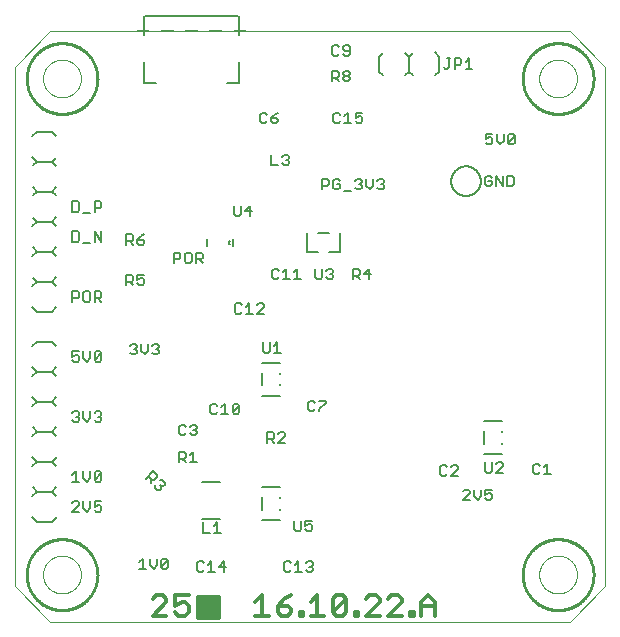
<source format=gto>
G75*
%MOIN*%
%OFA0B0*%
%FSLAX25Y25*%
%IPPOS*%
%LPD*%
%AMOC8*
5,1,8,0,0,1.08239X$1,22.5*
%
%ADD10C,0.00600*%
%ADD11C,0.01200*%
%ADD12C,0.01600*%
%ADD13C,0.00000*%
%ADD14C,0.01000*%
%ADD15C,0.00500*%
D10*
X0069717Y0090700D02*
X0071217Y0089300D01*
X0076217Y0089300D01*
X0077917Y0090800D01*
X0083100Y0092600D02*
X0085369Y0094869D01*
X0085369Y0095436D01*
X0084801Y0096003D01*
X0083667Y0096003D01*
X0083100Y0095436D01*
X0083100Y0092600D02*
X0085369Y0092600D01*
X0086783Y0093734D02*
X0086783Y0096003D01*
X0086783Y0093734D02*
X0087917Y0092600D01*
X0089052Y0093734D01*
X0089052Y0096003D01*
X0090466Y0096003D02*
X0090466Y0094301D01*
X0091601Y0094869D01*
X0092168Y0094869D01*
X0092735Y0094301D01*
X0092735Y0093167D01*
X0092168Y0092600D01*
X0091033Y0092600D01*
X0090466Y0093167D01*
X0090466Y0096003D02*
X0092735Y0096003D01*
X0092168Y0102600D02*
X0091033Y0102600D01*
X0090466Y0103167D01*
X0092735Y0105436D01*
X0092735Y0103167D01*
X0092168Y0102600D01*
X0090466Y0103167D02*
X0090466Y0105436D01*
X0091033Y0106003D01*
X0092168Y0106003D01*
X0092735Y0105436D01*
X0089052Y0106003D02*
X0089052Y0103734D01*
X0087917Y0102600D01*
X0086783Y0103734D01*
X0086783Y0106003D01*
X0084234Y0106003D02*
X0084234Y0102600D01*
X0083100Y0102600D02*
X0085369Y0102600D01*
X0083100Y0104869D02*
X0084234Y0106003D01*
X0077717Y0107900D02*
X0076217Y0109300D01*
X0071217Y0109300D01*
X0069717Y0107900D01*
X0071217Y0109300D02*
X0069717Y0110700D01*
X0076217Y0109300D02*
X0077817Y0110700D01*
X0077717Y0117900D02*
X0076217Y0119300D01*
X0077717Y0120700D01*
X0076217Y0119300D02*
X0071217Y0119300D01*
X0069817Y0120700D01*
X0071217Y0119300D02*
X0069517Y0117900D01*
X0069617Y0127900D02*
X0071217Y0129300D01*
X0069617Y0130700D01*
X0071217Y0129300D02*
X0076217Y0129300D01*
X0077717Y0130700D01*
X0076217Y0129300D02*
X0077717Y0127900D01*
X0083100Y0125436D02*
X0083667Y0126003D01*
X0084801Y0126003D01*
X0085369Y0125436D01*
X0085369Y0124869D01*
X0084801Y0124301D01*
X0085369Y0123734D01*
X0085369Y0123167D01*
X0084801Y0122600D01*
X0083667Y0122600D01*
X0083100Y0123167D01*
X0084234Y0124301D02*
X0084801Y0124301D01*
X0086783Y0123734D02*
X0087917Y0122600D01*
X0089052Y0123734D01*
X0089052Y0126003D01*
X0090466Y0125436D02*
X0091033Y0126003D01*
X0092168Y0126003D01*
X0092735Y0125436D01*
X0092735Y0124869D01*
X0092168Y0124301D01*
X0092735Y0123734D01*
X0092735Y0123167D01*
X0092168Y0122600D01*
X0091033Y0122600D01*
X0090466Y0123167D01*
X0091601Y0124301D02*
X0092168Y0124301D01*
X0086783Y0123734D02*
X0086783Y0126003D01*
X0077717Y0137900D02*
X0076217Y0139300D01*
X0071217Y0139300D01*
X0069617Y0137900D01*
X0071217Y0139300D02*
X0069717Y0140700D01*
X0076217Y0139300D02*
X0077717Y0140700D01*
X0083100Y0143167D02*
X0083667Y0142600D01*
X0084801Y0142600D01*
X0085369Y0143167D01*
X0085369Y0144301D01*
X0084801Y0144869D01*
X0084234Y0144869D01*
X0083100Y0144301D01*
X0083100Y0146003D01*
X0085369Y0146003D01*
X0086783Y0146003D02*
X0086783Y0143734D01*
X0087917Y0142600D01*
X0089052Y0143734D01*
X0089052Y0146003D01*
X0090466Y0145436D02*
X0090466Y0143167D01*
X0092735Y0145436D01*
X0092735Y0143167D01*
X0092168Y0142600D01*
X0091033Y0142600D01*
X0090466Y0143167D01*
X0090466Y0145436D02*
X0091033Y0146003D01*
X0092168Y0146003D01*
X0092735Y0145436D01*
X0102344Y0145620D02*
X0102911Y0145053D01*
X0104046Y0145053D01*
X0104613Y0145620D01*
X0104613Y0146187D01*
X0104046Y0146755D01*
X0103478Y0146755D01*
X0104046Y0146755D02*
X0104613Y0147322D01*
X0104613Y0147889D01*
X0104046Y0148456D01*
X0102911Y0148456D01*
X0102344Y0147889D01*
X0106027Y0148456D02*
X0106027Y0146187D01*
X0107162Y0145053D01*
X0108296Y0146187D01*
X0108296Y0148456D01*
X0109710Y0147889D02*
X0110278Y0148456D01*
X0111412Y0148456D01*
X0111979Y0147889D01*
X0111979Y0147322D01*
X0111412Y0146755D01*
X0111979Y0146187D01*
X0111979Y0145620D01*
X0111412Y0145053D01*
X0110278Y0145053D01*
X0109710Y0145620D01*
X0110845Y0146755D02*
X0111412Y0146755D01*
X0092735Y0162600D02*
X0091601Y0163734D01*
X0092168Y0163734D02*
X0090466Y0163734D01*
X0090466Y0162600D02*
X0090466Y0166003D01*
X0092168Y0166003D01*
X0092735Y0165436D01*
X0092735Y0164301D01*
X0092168Y0163734D01*
X0089052Y0163167D02*
X0089052Y0165436D01*
X0088485Y0166003D01*
X0087350Y0166003D01*
X0086783Y0165436D01*
X0086783Y0163167D01*
X0087350Y0162600D01*
X0088485Y0162600D01*
X0089052Y0163167D01*
X0085369Y0164301D02*
X0084801Y0163734D01*
X0083100Y0163734D01*
X0083100Y0162600D02*
X0083100Y0166003D01*
X0084801Y0166003D01*
X0085369Y0165436D01*
X0085369Y0164301D01*
X0077617Y0167900D02*
X0076217Y0169300D01*
X0077617Y0170700D01*
X0076217Y0169300D02*
X0071217Y0169300D01*
X0069917Y0170600D01*
X0071217Y0169300D02*
X0069717Y0167900D01*
X0069717Y0160700D02*
X0071300Y0159300D01*
X0076300Y0159300D01*
X0077617Y0160700D01*
X0076217Y0149300D02*
X0071217Y0149300D01*
X0069717Y0147900D01*
X0076217Y0149300D02*
X0077617Y0147900D01*
X0101100Y0168100D02*
X0101100Y0171503D01*
X0102801Y0171503D01*
X0103369Y0170936D01*
X0103369Y0169801D01*
X0102801Y0169234D01*
X0101100Y0169234D01*
X0102234Y0169234D02*
X0103369Y0168100D01*
X0104783Y0168667D02*
X0105350Y0168100D01*
X0106485Y0168100D01*
X0107052Y0168667D01*
X0107052Y0169801D01*
X0106485Y0170369D01*
X0105917Y0170369D01*
X0104783Y0169801D01*
X0104783Y0171503D01*
X0107052Y0171503D01*
X0106485Y0181600D02*
X0105350Y0181600D01*
X0104783Y0182167D01*
X0104783Y0183301D01*
X0106485Y0183301D01*
X0107052Y0182734D01*
X0107052Y0182167D01*
X0106485Y0181600D01*
X0104783Y0183301D02*
X0105917Y0184436D01*
X0107052Y0185003D01*
X0103369Y0184436D02*
X0103369Y0183301D01*
X0102801Y0182734D01*
X0101100Y0182734D01*
X0101100Y0181600D02*
X0101100Y0185003D01*
X0102801Y0185003D01*
X0103369Y0184436D01*
X0102234Y0182734D02*
X0103369Y0181600D01*
X0092735Y0182600D02*
X0092735Y0186003D01*
X0090466Y0186003D02*
X0092735Y0182600D01*
X0090466Y0182600D02*
X0090466Y0186003D01*
X0089052Y0182033D02*
X0086783Y0182033D01*
X0085369Y0183167D02*
X0085369Y0185436D01*
X0084801Y0186003D01*
X0083100Y0186003D01*
X0083100Y0182600D01*
X0084801Y0182600D01*
X0085369Y0183167D01*
X0077617Y0180700D02*
X0076217Y0179300D01*
X0077617Y0177900D01*
X0076217Y0179300D02*
X0071217Y0179300D01*
X0069717Y0177900D01*
X0071217Y0179300D02*
X0069817Y0180700D01*
X0069717Y0187900D02*
X0071217Y0189300D01*
X0069917Y0190600D01*
X0071217Y0189300D02*
X0076217Y0189300D01*
X0077617Y0190700D01*
X0076217Y0189300D02*
X0077617Y0187900D01*
X0083100Y0192600D02*
X0084801Y0192600D01*
X0085369Y0193167D01*
X0085369Y0195436D01*
X0084801Y0196003D01*
X0083100Y0196003D01*
X0083100Y0192600D01*
X0086783Y0192033D02*
X0089052Y0192033D01*
X0090466Y0192600D02*
X0090466Y0196003D01*
X0092168Y0196003D01*
X0092735Y0195436D01*
X0092735Y0194301D01*
X0092168Y0193734D01*
X0090466Y0193734D01*
X0077517Y0198000D02*
X0076217Y0199300D01*
X0077617Y0200700D01*
X0076217Y0199300D02*
X0071217Y0199300D01*
X0069817Y0200700D01*
X0071217Y0199300D02*
X0069917Y0198000D01*
X0069817Y0208000D02*
X0071217Y0209300D01*
X0069717Y0210700D01*
X0071217Y0209300D02*
X0076217Y0209300D01*
X0077517Y0210600D01*
X0076217Y0209300D02*
X0077617Y0207900D01*
X0077617Y0217900D02*
X0076217Y0219300D01*
X0071217Y0219300D01*
X0069717Y0217900D01*
X0116844Y0178956D02*
X0116844Y0175553D01*
X0116844Y0176687D02*
X0118546Y0176687D01*
X0119113Y0177255D01*
X0119113Y0178389D01*
X0118546Y0178956D01*
X0116844Y0178956D01*
X0120527Y0178389D02*
X0120527Y0176120D01*
X0121094Y0175553D01*
X0122229Y0175553D01*
X0122796Y0176120D01*
X0122796Y0178389D01*
X0122229Y0178956D01*
X0121094Y0178956D01*
X0120527Y0178389D01*
X0124210Y0178956D02*
X0124210Y0175553D01*
X0124210Y0176687D02*
X0125912Y0176687D01*
X0126479Y0177255D01*
X0126479Y0178389D01*
X0125912Y0178956D01*
X0124210Y0178956D01*
X0125345Y0176687D02*
X0126479Y0175553D01*
X0128000Y0181200D02*
X0128000Y0183400D01*
X0136600Y0183400D02*
X0136600Y0181200D01*
X0135500Y0181800D02*
X0135473Y0181863D01*
X0135450Y0181928D01*
X0135430Y0181994D01*
X0135415Y0182061D01*
X0135403Y0182129D01*
X0135395Y0182197D01*
X0135391Y0182266D01*
X0135391Y0182334D01*
X0135395Y0182403D01*
X0135403Y0182471D01*
X0135415Y0182539D01*
X0135430Y0182606D01*
X0135450Y0182672D01*
X0135473Y0182737D01*
X0135500Y0182800D01*
X0137567Y0191100D02*
X0138701Y0191100D01*
X0139269Y0191667D01*
X0139269Y0194503D01*
X0140683Y0192801D02*
X0142952Y0192801D01*
X0142385Y0191100D02*
X0142385Y0194503D01*
X0140683Y0192801D01*
X0137567Y0191100D02*
X0137000Y0191667D01*
X0137000Y0194503D01*
X0149417Y0208100D02*
X0151685Y0208100D01*
X0153100Y0208667D02*
X0153667Y0208100D01*
X0154801Y0208100D01*
X0155369Y0208667D01*
X0155369Y0209234D01*
X0154801Y0209801D01*
X0154234Y0209801D01*
X0154801Y0209801D02*
X0155369Y0210369D01*
X0155369Y0210936D01*
X0154801Y0211503D01*
X0153667Y0211503D01*
X0153100Y0210936D01*
X0149417Y0211503D02*
X0149417Y0208100D01*
X0149850Y0222100D02*
X0150985Y0222100D01*
X0151552Y0222667D01*
X0151552Y0223234D01*
X0150985Y0223801D01*
X0149283Y0223801D01*
X0149283Y0222667D01*
X0149850Y0222100D01*
X0149283Y0223801D02*
X0150417Y0224936D01*
X0151552Y0225503D01*
X0147869Y0224936D02*
X0147301Y0225503D01*
X0146167Y0225503D01*
X0145600Y0224936D01*
X0145600Y0222667D01*
X0146167Y0222100D01*
X0147301Y0222100D01*
X0147869Y0222667D01*
X0170100Y0222667D02*
X0170667Y0222100D01*
X0171801Y0222100D01*
X0172369Y0222667D01*
X0173783Y0222100D02*
X0176052Y0222100D01*
X0174917Y0222100D02*
X0174917Y0225503D01*
X0173783Y0224369D01*
X0172369Y0224936D02*
X0171801Y0225503D01*
X0170667Y0225503D01*
X0170100Y0224936D01*
X0170100Y0222667D01*
X0177466Y0222667D02*
X0178033Y0222100D01*
X0179168Y0222100D01*
X0179735Y0222667D01*
X0179735Y0223801D01*
X0179168Y0224369D01*
X0178601Y0224369D01*
X0177466Y0223801D01*
X0177466Y0225503D01*
X0179735Y0225503D01*
X0174985Y0236100D02*
X0173850Y0236100D01*
X0173283Y0236667D01*
X0173283Y0237234D01*
X0173850Y0237801D01*
X0174985Y0237801D01*
X0175552Y0237234D01*
X0175552Y0236667D01*
X0174985Y0236100D01*
X0174985Y0237801D02*
X0175552Y0238369D01*
X0175552Y0238936D01*
X0174985Y0239503D01*
X0173850Y0239503D01*
X0173283Y0238936D01*
X0173283Y0238369D01*
X0173850Y0237801D01*
X0171869Y0237801D02*
X0171301Y0237234D01*
X0169600Y0237234D01*
X0169600Y0236100D02*
X0169600Y0239503D01*
X0171301Y0239503D01*
X0171869Y0238936D01*
X0171869Y0237801D01*
X0170734Y0237234D02*
X0171869Y0236100D01*
X0171301Y0244600D02*
X0170167Y0244600D01*
X0169600Y0245167D01*
X0169600Y0247436D01*
X0170167Y0248003D01*
X0171301Y0248003D01*
X0171869Y0247436D01*
X0173283Y0247436D02*
X0173283Y0246869D01*
X0173850Y0246301D01*
X0175552Y0246301D01*
X0175552Y0245167D02*
X0175552Y0247436D01*
X0174985Y0248003D01*
X0173850Y0248003D01*
X0173283Y0247436D01*
X0173283Y0245167D02*
X0173850Y0244600D01*
X0174985Y0244600D01*
X0175552Y0245167D01*
X0171869Y0245167D02*
X0171301Y0244600D01*
X0185300Y0244300D02*
X0185300Y0239300D01*
X0186600Y0238000D01*
X0185300Y0244300D02*
X0186600Y0245600D01*
X0194000Y0245600D02*
X0195300Y0244300D01*
X0196600Y0245600D01*
X0195300Y0244300D02*
X0195300Y0239300D01*
X0194000Y0238000D01*
X0195300Y0239300D02*
X0196600Y0238000D01*
X0204000Y0238100D02*
X0205300Y0239300D01*
X0205300Y0244300D01*
X0204000Y0245700D01*
X0207934Y0243703D02*
X0209069Y0243703D01*
X0208501Y0243703D02*
X0208501Y0240867D01*
X0207934Y0240300D01*
X0207367Y0240300D01*
X0206800Y0240867D01*
X0210483Y0240300D02*
X0210483Y0243703D01*
X0212185Y0243703D01*
X0212752Y0243136D01*
X0212752Y0242001D01*
X0212185Y0241434D01*
X0210483Y0241434D01*
X0214166Y0240300D02*
X0216435Y0240300D01*
X0215301Y0240300D02*
X0215301Y0243703D01*
X0214166Y0242569D01*
X0220844Y0218456D02*
X0220844Y0216755D01*
X0221978Y0217322D01*
X0222546Y0217322D01*
X0223113Y0216755D01*
X0223113Y0215620D01*
X0222546Y0215053D01*
X0221411Y0215053D01*
X0220844Y0215620D01*
X0220844Y0218456D02*
X0223113Y0218456D01*
X0224527Y0218456D02*
X0224527Y0216187D01*
X0225662Y0215053D01*
X0226796Y0216187D01*
X0226796Y0218456D01*
X0228210Y0217889D02*
X0228210Y0215620D01*
X0230479Y0217889D01*
X0230479Y0215620D01*
X0229912Y0215053D01*
X0228778Y0215053D01*
X0228210Y0215620D01*
X0228210Y0217889D02*
X0228778Y0218456D01*
X0229912Y0218456D01*
X0230479Y0217889D01*
X0229643Y0204503D02*
X0227942Y0204503D01*
X0227942Y0201100D01*
X0229643Y0201100D01*
X0230210Y0201667D01*
X0230210Y0203936D01*
X0229643Y0204503D01*
X0226527Y0204503D02*
X0226527Y0201100D01*
X0224258Y0204503D01*
X0224258Y0201100D01*
X0222844Y0201667D02*
X0222844Y0202801D01*
X0221710Y0202801D01*
X0222844Y0201667D02*
X0222277Y0201100D01*
X0221142Y0201100D01*
X0220575Y0201667D01*
X0220575Y0203936D01*
X0221142Y0204503D01*
X0222277Y0204503D01*
X0222844Y0203936D01*
X0209379Y0202800D02*
X0209381Y0202940D01*
X0209387Y0203080D01*
X0209397Y0203219D01*
X0209411Y0203358D01*
X0209429Y0203497D01*
X0209450Y0203635D01*
X0209476Y0203773D01*
X0209506Y0203910D01*
X0209539Y0204045D01*
X0209577Y0204180D01*
X0209618Y0204314D01*
X0209663Y0204447D01*
X0209711Y0204578D01*
X0209764Y0204707D01*
X0209820Y0204836D01*
X0209879Y0204962D01*
X0209943Y0205087D01*
X0210009Y0205210D01*
X0210080Y0205331D01*
X0210153Y0205450D01*
X0210230Y0205567D01*
X0210311Y0205681D01*
X0210394Y0205793D01*
X0210481Y0205903D01*
X0210571Y0206011D01*
X0210663Y0206115D01*
X0210759Y0206217D01*
X0210858Y0206317D01*
X0210959Y0206413D01*
X0211063Y0206507D01*
X0211170Y0206597D01*
X0211279Y0206684D01*
X0211391Y0206769D01*
X0211505Y0206850D01*
X0211621Y0206928D01*
X0211739Y0207002D01*
X0211860Y0207073D01*
X0211982Y0207141D01*
X0212107Y0207205D01*
X0212233Y0207266D01*
X0212360Y0207323D01*
X0212490Y0207376D01*
X0212621Y0207426D01*
X0212753Y0207471D01*
X0212886Y0207514D01*
X0213021Y0207552D01*
X0213156Y0207586D01*
X0213293Y0207617D01*
X0213430Y0207644D01*
X0213568Y0207666D01*
X0213707Y0207685D01*
X0213846Y0207700D01*
X0213985Y0207711D01*
X0214125Y0207718D01*
X0214265Y0207721D01*
X0214405Y0207720D01*
X0214545Y0207715D01*
X0214684Y0207706D01*
X0214824Y0207693D01*
X0214963Y0207676D01*
X0215101Y0207655D01*
X0215239Y0207631D01*
X0215376Y0207602D01*
X0215512Y0207570D01*
X0215647Y0207533D01*
X0215781Y0207493D01*
X0215914Y0207449D01*
X0216045Y0207401D01*
X0216175Y0207350D01*
X0216304Y0207295D01*
X0216431Y0207236D01*
X0216556Y0207173D01*
X0216679Y0207108D01*
X0216801Y0207038D01*
X0216920Y0206965D01*
X0217038Y0206889D01*
X0217153Y0206810D01*
X0217266Y0206727D01*
X0217376Y0206641D01*
X0217484Y0206552D01*
X0217589Y0206460D01*
X0217692Y0206365D01*
X0217792Y0206267D01*
X0217889Y0206167D01*
X0217983Y0206063D01*
X0218075Y0205957D01*
X0218163Y0205849D01*
X0218248Y0205738D01*
X0218330Y0205624D01*
X0218409Y0205508D01*
X0218484Y0205391D01*
X0218556Y0205271D01*
X0218624Y0205149D01*
X0218689Y0205025D01*
X0218751Y0204899D01*
X0218809Y0204772D01*
X0218863Y0204643D01*
X0218914Y0204512D01*
X0218960Y0204380D01*
X0219003Y0204247D01*
X0219043Y0204113D01*
X0219078Y0203978D01*
X0219110Y0203841D01*
X0219137Y0203704D01*
X0219161Y0203566D01*
X0219181Y0203428D01*
X0219197Y0203289D01*
X0219209Y0203149D01*
X0219217Y0203010D01*
X0219221Y0202870D01*
X0219221Y0202730D01*
X0219217Y0202590D01*
X0219209Y0202451D01*
X0219197Y0202311D01*
X0219181Y0202172D01*
X0219161Y0202034D01*
X0219137Y0201896D01*
X0219110Y0201759D01*
X0219078Y0201622D01*
X0219043Y0201487D01*
X0219003Y0201353D01*
X0218960Y0201220D01*
X0218914Y0201088D01*
X0218863Y0200957D01*
X0218809Y0200828D01*
X0218751Y0200701D01*
X0218689Y0200575D01*
X0218624Y0200451D01*
X0218556Y0200329D01*
X0218484Y0200209D01*
X0218409Y0200092D01*
X0218330Y0199976D01*
X0218248Y0199862D01*
X0218163Y0199751D01*
X0218075Y0199643D01*
X0217983Y0199537D01*
X0217889Y0199433D01*
X0217792Y0199333D01*
X0217692Y0199235D01*
X0217589Y0199140D01*
X0217484Y0199048D01*
X0217376Y0198959D01*
X0217266Y0198873D01*
X0217153Y0198790D01*
X0217038Y0198711D01*
X0216920Y0198635D01*
X0216801Y0198562D01*
X0216679Y0198492D01*
X0216556Y0198427D01*
X0216431Y0198364D01*
X0216304Y0198305D01*
X0216175Y0198250D01*
X0216045Y0198199D01*
X0215914Y0198151D01*
X0215781Y0198107D01*
X0215647Y0198067D01*
X0215512Y0198030D01*
X0215376Y0197998D01*
X0215239Y0197969D01*
X0215101Y0197945D01*
X0214963Y0197924D01*
X0214824Y0197907D01*
X0214684Y0197894D01*
X0214545Y0197885D01*
X0214405Y0197880D01*
X0214265Y0197879D01*
X0214125Y0197882D01*
X0213985Y0197889D01*
X0213846Y0197900D01*
X0213707Y0197915D01*
X0213568Y0197934D01*
X0213430Y0197956D01*
X0213293Y0197983D01*
X0213156Y0198014D01*
X0213021Y0198048D01*
X0212886Y0198086D01*
X0212753Y0198129D01*
X0212621Y0198174D01*
X0212490Y0198224D01*
X0212360Y0198277D01*
X0212233Y0198334D01*
X0212107Y0198395D01*
X0211982Y0198459D01*
X0211860Y0198527D01*
X0211739Y0198598D01*
X0211621Y0198672D01*
X0211505Y0198750D01*
X0211391Y0198831D01*
X0211279Y0198916D01*
X0211170Y0199003D01*
X0211063Y0199093D01*
X0210959Y0199187D01*
X0210858Y0199283D01*
X0210759Y0199383D01*
X0210663Y0199485D01*
X0210571Y0199589D01*
X0210481Y0199697D01*
X0210394Y0199807D01*
X0210311Y0199919D01*
X0210230Y0200033D01*
X0210153Y0200150D01*
X0210080Y0200269D01*
X0210009Y0200390D01*
X0209943Y0200513D01*
X0209879Y0200638D01*
X0209820Y0200764D01*
X0209764Y0200893D01*
X0209711Y0201022D01*
X0209663Y0201153D01*
X0209618Y0201286D01*
X0209577Y0201420D01*
X0209539Y0201555D01*
X0209506Y0201690D01*
X0209476Y0201827D01*
X0209450Y0201965D01*
X0209429Y0202103D01*
X0209411Y0202242D01*
X0209397Y0202381D01*
X0209387Y0202520D01*
X0209381Y0202660D01*
X0209379Y0202800D01*
X0187028Y0202889D02*
X0187028Y0202322D01*
X0186461Y0201755D01*
X0187028Y0201187D01*
X0187028Y0200620D01*
X0186461Y0200053D01*
X0185327Y0200053D01*
X0184760Y0200620D01*
X0183345Y0201187D02*
X0183345Y0203456D01*
X0184760Y0202889D02*
X0185327Y0203456D01*
X0186461Y0203456D01*
X0187028Y0202889D01*
X0186461Y0201755D02*
X0185894Y0201755D01*
X0183345Y0201187D02*
X0182211Y0200053D01*
X0181077Y0201187D01*
X0181077Y0203456D01*
X0179662Y0202889D02*
X0179662Y0202322D01*
X0179095Y0201755D01*
X0179662Y0201187D01*
X0179662Y0200620D01*
X0179095Y0200053D01*
X0177961Y0200053D01*
X0177394Y0200620D01*
X0178528Y0201755D02*
X0179095Y0201755D01*
X0179662Y0202889D02*
X0179095Y0203456D01*
X0177961Y0203456D01*
X0177394Y0202889D01*
X0175979Y0199486D02*
X0173710Y0199486D01*
X0172296Y0200620D02*
X0172296Y0201755D01*
X0171162Y0201755D01*
X0172296Y0202889D02*
X0171729Y0203456D01*
X0170594Y0203456D01*
X0170027Y0202889D01*
X0170027Y0200620D01*
X0170594Y0200053D01*
X0171729Y0200053D01*
X0172296Y0200620D01*
X0168613Y0201755D02*
X0168613Y0202889D01*
X0168046Y0203456D01*
X0166344Y0203456D01*
X0166344Y0200053D01*
X0166344Y0201187D02*
X0168046Y0201187D01*
X0168613Y0201755D01*
X0168769Y0185450D02*
X0164831Y0185450D01*
X0161288Y0185450D02*
X0161288Y0179150D01*
X0165028Y0179150D01*
X0168572Y0179150D02*
X0172312Y0179150D01*
X0172312Y0185450D01*
X0169485Y0173503D02*
X0170052Y0172936D01*
X0170052Y0172369D01*
X0169485Y0171801D01*
X0170052Y0171234D01*
X0170052Y0170667D01*
X0169485Y0170100D01*
X0168350Y0170100D01*
X0167783Y0170667D01*
X0166369Y0170667D02*
X0166369Y0173503D01*
X0167783Y0172936D02*
X0168350Y0173503D01*
X0169485Y0173503D01*
X0169485Y0171801D02*
X0168917Y0171801D01*
X0166369Y0170667D02*
X0165801Y0170100D01*
X0164667Y0170100D01*
X0164100Y0170667D01*
X0164100Y0173503D01*
X0159235Y0170100D02*
X0156966Y0170100D01*
X0158101Y0170100D02*
X0158101Y0173503D01*
X0156966Y0172369D01*
X0155552Y0170100D02*
X0153283Y0170100D01*
X0154417Y0170100D02*
X0154417Y0173503D01*
X0153283Y0172369D01*
X0151869Y0172936D02*
X0151301Y0173503D01*
X0150167Y0173503D01*
X0149600Y0172936D01*
X0149600Y0170667D01*
X0150167Y0170100D01*
X0151301Y0170100D01*
X0151869Y0170667D01*
X0146268Y0162003D02*
X0145133Y0162003D01*
X0144566Y0161436D01*
X0146268Y0162003D02*
X0146835Y0161436D01*
X0146835Y0160869D01*
X0144566Y0158600D01*
X0146835Y0158600D01*
X0143152Y0158600D02*
X0140883Y0158600D01*
X0142017Y0158600D02*
X0142017Y0162003D01*
X0140883Y0160869D01*
X0139469Y0161436D02*
X0138901Y0162003D01*
X0137767Y0162003D01*
X0137200Y0161436D01*
X0137200Y0159167D01*
X0137767Y0158600D01*
X0138901Y0158600D01*
X0139469Y0159167D01*
X0146600Y0149003D02*
X0146600Y0146167D01*
X0147167Y0145600D01*
X0148301Y0145600D01*
X0148869Y0146167D01*
X0148869Y0149003D01*
X0150283Y0147869D02*
X0151417Y0149003D01*
X0151417Y0145600D01*
X0150283Y0145600D02*
X0152552Y0145600D01*
X0152450Y0142312D02*
X0146150Y0142312D01*
X0146150Y0138855D02*
X0146150Y0134745D01*
X0146150Y0131288D02*
X0152450Y0131288D01*
X0152450Y0134745D02*
X0152450Y0135115D01*
X0152450Y0138485D02*
X0152450Y0138855D01*
X0162167Y0129503D02*
X0161600Y0128936D01*
X0161600Y0126667D01*
X0162167Y0126100D01*
X0163301Y0126100D01*
X0163869Y0126667D01*
X0165283Y0126667D02*
X0165283Y0126100D01*
X0165283Y0126667D02*
X0167552Y0128936D01*
X0167552Y0129503D01*
X0165283Y0129503D01*
X0163869Y0128936D02*
X0163301Y0129503D01*
X0162167Y0129503D01*
X0153485Y0119003D02*
X0152350Y0119003D01*
X0151783Y0118436D01*
X0150369Y0118436D02*
X0150369Y0117301D01*
X0149801Y0116734D01*
X0148100Y0116734D01*
X0148100Y0115600D02*
X0148100Y0119003D01*
X0149801Y0119003D01*
X0150369Y0118436D01*
X0149234Y0116734D02*
X0150369Y0115600D01*
X0151783Y0115600D02*
X0154052Y0117869D01*
X0154052Y0118436D01*
X0153485Y0119003D01*
X0154052Y0115600D02*
X0151783Y0115600D01*
X0138735Y0125667D02*
X0138735Y0127936D01*
X0136466Y0125667D01*
X0137033Y0125100D01*
X0138168Y0125100D01*
X0138735Y0125667D01*
X0136466Y0125667D02*
X0136466Y0127936D01*
X0137033Y0128503D01*
X0138168Y0128503D01*
X0138735Y0127936D01*
X0135052Y0125100D02*
X0132783Y0125100D01*
X0133917Y0125100D02*
X0133917Y0128503D01*
X0132783Y0127369D01*
X0131369Y0127936D02*
X0130801Y0128503D01*
X0129667Y0128503D01*
X0129100Y0127936D01*
X0129100Y0125667D01*
X0129667Y0125100D01*
X0130801Y0125100D01*
X0131369Y0125667D01*
X0124552Y0120936D02*
X0124552Y0120369D01*
X0123985Y0119801D01*
X0124552Y0119234D01*
X0124552Y0118667D01*
X0123985Y0118100D01*
X0122850Y0118100D01*
X0122283Y0118667D01*
X0120869Y0118667D02*
X0120301Y0118100D01*
X0119167Y0118100D01*
X0118600Y0118667D01*
X0118600Y0120936D01*
X0119167Y0121503D01*
X0120301Y0121503D01*
X0120869Y0120936D01*
X0122283Y0120936D02*
X0122850Y0121503D01*
X0123985Y0121503D01*
X0124552Y0120936D01*
X0123985Y0119801D02*
X0123417Y0119801D01*
X0123417Y0112503D02*
X0123417Y0109100D01*
X0122283Y0109100D02*
X0124552Y0109100D01*
X0122283Y0111369D02*
X0123417Y0112503D01*
X0120869Y0111936D02*
X0120869Y0110801D01*
X0120301Y0110234D01*
X0118600Y0110234D01*
X0118600Y0109100D02*
X0118600Y0112503D01*
X0120301Y0112503D01*
X0120869Y0111936D01*
X0119734Y0110234D02*
X0120869Y0109100D01*
X0113827Y0102238D02*
X0113025Y0103040D01*
X0112223Y0103040D01*
X0111223Y0104040D02*
X0110421Y0103238D01*
X0109619Y0103238D01*
X0108415Y0104441D01*
X0107613Y0103639D02*
X0110020Y0106045D01*
X0111223Y0104842D01*
X0111223Y0104040D01*
X0109217Y0103639D02*
X0109217Y0102035D01*
X0110619Y0101435D02*
X0110619Y0100633D01*
X0111421Y0099831D01*
X0112223Y0099831D01*
X0112624Y0100232D01*
X0112624Y0101034D01*
X0112223Y0101435D01*
X0112624Y0101034D02*
X0113426Y0101034D01*
X0113827Y0101435D01*
X0113827Y0102238D01*
X0126600Y0089003D02*
X0126600Y0085600D01*
X0128869Y0085600D01*
X0130283Y0085600D02*
X0132552Y0085600D01*
X0131417Y0085600D02*
X0131417Y0089003D01*
X0130283Y0087869D01*
X0129417Y0076003D02*
X0128283Y0074869D01*
X0126869Y0075436D02*
X0126301Y0076003D01*
X0125167Y0076003D01*
X0124600Y0075436D01*
X0124600Y0073167D01*
X0125167Y0072600D01*
X0126301Y0072600D01*
X0126869Y0073167D01*
X0128283Y0072600D02*
X0130552Y0072600D01*
X0129417Y0072600D02*
X0129417Y0076003D01*
X0131966Y0074301D02*
X0134235Y0074301D01*
X0133668Y0072600D02*
X0133668Y0076003D01*
X0131966Y0074301D01*
X0146150Y0089788D02*
X0152450Y0089788D01*
X0152450Y0093245D02*
X0152450Y0093615D01*
X0157100Y0089503D02*
X0157100Y0086667D01*
X0157667Y0086100D01*
X0158801Y0086100D01*
X0159369Y0086667D01*
X0159369Y0089503D01*
X0160783Y0089503D02*
X0160783Y0087801D01*
X0161917Y0088369D01*
X0162485Y0088369D01*
X0163052Y0087801D01*
X0163052Y0086667D01*
X0162485Y0086100D01*
X0161350Y0086100D01*
X0160783Y0086667D01*
X0160783Y0089503D02*
X0163052Y0089503D01*
X0152450Y0096985D02*
X0152450Y0097355D01*
X0152450Y0100812D02*
X0146150Y0100812D01*
X0146150Y0097355D02*
X0146150Y0093245D01*
X0154167Y0076003D02*
X0153600Y0075436D01*
X0153600Y0073167D01*
X0154167Y0072600D01*
X0155301Y0072600D01*
X0155869Y0073167D01*
X0157283Y0072600D02*
X0159552Y0072600D01*
X0158417Y0072600D02*
X0158417Y0076003D01*
X0157283Y0074869D01*
X0155869Y0075436D02*
X0155301Y0076003D01*
X0154167Y0076003D01*
X0160966Y0075436D02*
X0161533Y0076003D01*
X0162668Y0076003D01*
X0163235Y0075436D01*
X0163235Y0074869D01*
X0162668Y0074301D01*
X0163235Y0073734D01*
X0163235Y0073167D01*
X0162668Y0072600D01*
X0161533Y0072600D01*
X0160966Y0073167D01*
X0162101Y0074301D02*
X0162668Y0074301D01*
X0205600Y0105167D02*
X0206167Y0104600D01*
X0207301Y0104600D01*
X0207869Y0105167D01*
X0209283Y0104600D02*
X0211552Y0106869D01*
X0211552Y0107436D01*
X0210985Y0108003D01*
X0209850Y0108003D01*
X0209283Y0107436D01*
X0207869Y0107436D02*
X0207301Y0108003D01*
X0206167Y0108003D01*
X0205600Y0107436D01*
X0205600Y0105167D01*
X0209283Y0104600D02*
X0211552Y0104600D01*
X0213911Y0099956D02*
X0213344Y0099389D01*
X0213911Y0099956D02*
X0215046Y0099956D01*
X0215613Y0099389D01*
X0215613Y0098822D01*
X0213344Y0096553D01*
X0215613Y0096553D01*
X0217027Y0097687D02*
X0218162Y0096553D01*
X0219296Y0097687D01*
X0219296Y0099956D01*
X0220710Y0099956D02*
X0220710Y0098255D01*
X0221845Y0098822D01*
X0222412Y0098822D01*
X0222979Y0098255D01*
X0222979Y0097120D01*
X0222412Y0096553D01*
X0221278Y0096553D01*
X0220710Y0097120D01*
X0220710Y0099956D02*
X0222979Y0099956D01*
X0222301Y0105600D02*
X0221167Y0105600D01*
X0220600Y0106167D01*
X0220600Y0109003D01*
X0222869Y0109003D02*
X0222869Y0106167D01*
X0222301Y0105600D01*
X0224283Y0105600D02*
X0226552Y0107869D01*
X0226552Y0108436D01*
X0225985Y0109003D01*
X0224850Y0109003D01*
X0224283Y0108436D01*
X0224283Y0105600D02*
X0226552Y0105600D01*
X0226450Y0111788D02*
X0220150Y0111788D01*
X0220150Y0115245D02*
X0220150Y0119355D01*
X0220150Y0122812D02*
X0226450Y0122812D01*
X0226450Y0119355D02*
X0226450Y0118985D01*
X0226450Y0115615D02*
X0226450Y0115245D01*
X0236600Y0107936D02*
X0236600Y0105667D01*
X0237167Y0105100D01*
X0238301Y0105100D01*
X0238869Y0105667D01*
X0240283Y0105100D02*
X0242552Y0105100D01*
X0241417Y0105100D02*
X0241417Y0108503D01*
X0240283Y0107369D01*
X0238869Y0107936D02*
X0238301Y0108503D01*
X0237167Y0108503D01*
X0236600Y0107936D01*
X0217027Y0099956D02*
X0217027Y0097687D01*
X0181985Y0170100D02*
X0181985Y0173503D01*
X0180283Y0171801D01*
X0182552Y0171801D01*
X0178869Y0171801D02*
X0178869Y0172936D01*
X0178301Y0173503D01*
X0176600Y0173503D01*
X0176600Y0170100D01*
X0176600Y0171234D02*
X0178301Y0171234D01*
X0178869Y0171801D01*
X0177734Y0171234D02*
X0178869Y0170100D01*
X0077717Y0100700D02*
X0076217Y0099300D01*
X0077717Y0097900D01*
X0076217Y0099300D02*
X0071217Y0099300D01*
X0069817Y0100700D01*
X0071217Y0099300D02*
X0069717Y0097900D01*
X0105344Y0075822D02*
X0106478Y0076956D01*
X0106478Y0073553D01*
X0105344Y0073553D02*
X0107613Y0073553D01*
X0109027Y0074687D02*
X0110162Y0073553D01*
X0111296Y0074687D01*
X0111296Y0076956D01*
X0112710Y0076389D02*
X0112710Y0074120D01*
X0114979Y0076389D01*
X0114979Y0074120D01*
X0114412Y0073553D01*
X0113278Y0073553D01*
X0112710Y0074120D01*
X0112710Y0076389D02*
X0113278Y0076956D01*
X0114412Y0076956D01*
X0114979Y0076389D01*
X0109027Y0076956D02*
X0109027Y0074687D01*
D11*
X0111034Y0064706D02*
X0109900Y0063572D01*
X0111034Y0064706D02*
X0113303Y0064706D01*
X0114437Y0063572D01*
X0114437Y0062437D01*
X0109900Y0057900D01*
X0114437Y0057900D01*
X0117266Y0059034D02*
X0118401Y0057900D01*
X0120669Y0057900D01*
X0121803Y0059034D01*
X0121803Y0061303D01*
X0120669Y0062437D01*
X0119535Y0062437D01*
X0117266Y0061303D01*
X0117266Y0064706D01*
X0121803Y0064706D01*
X0144093Y0062437D02*
X0146362Y0064706D01*
X0146362Y0057900D01*
X0148630Y0057900D02*
X0144093Y0057900D01*
X0151460Y0059034D02*
X0152594Y0057900D01*
X0154862Y0057900D01*
X0155997Y0059034D01*
X0155997Y0060169D01*
X0154862Y0061303D01*
X0151460Y0061303D01*
X0151460Y0059034D01*
X0151460Y0061303D02*
X0153728Y0063572D01*
X0155997Y0064706D01*
X0158826Y0059034D02*
X0159960Y0059034D01*
X0159960Y0057900D01*
X0158826Y0057900D01*
X0158826Y0059034D01*
X0162509Y0057900D02*
X0167046Y0057900D01*
X0164778Y0057900D02*
X0164778Y0064706D01*
X0162509Y0062437D01*
X0169875Y0063572D02*
X0169875Y0059034D01*
X0174412Y0063572D01*
X0174412Y0059034D01*
X0173278Y0057900D01*
X0171010Y0057900D01*
X0169875Y0059034D01*
X0169875Y0063572D02*
X0171010Y0064706D01*
X0173278Y0064706D01*
X0174412Y0063572D01*
X0177242Y0059034D02*
X0178376Y0059034D01*
X0178376Y0057900D01*
X0177242Y0057900D01*
X0177242Y0059034D01*
X0180925Y0057900D02*
X0185462Y0062437D01*
X0185462Y0063572D01*
X0184328Y0064706D01*
X0182059Y0064706D01*
X0180925Y0063572D01*
X0180925Y0057900D02*
X0185462Y0057900D01*
X0188291Y0057900D02*
X0192828Y0062437D01*
X0192828Y0063572D01*
X0191694Y0064706D01*
X0189425Y0064706D01*
X0188291Y0063572D01*
X0188291Y0057900D02*
X0192828Y0057900D01*
X0195657Y0057900D02*
X0196792Y0057900D01*
X0196792Y0059034D01*
X0195657Y0059034D01*
X0195657Y0057900D01*
X0199340Y0057900D02*
X0199340Y0062437D01*
X0201609Y0064706D01*
X0203878Y0062437D01*
X0203878Y0057900D01*
X0203878Y0061303D02*
X0199340Y0061303D01*
D12*
X0131700Y0060596D02*
X0125100Y0060596D01*
X0125100Y0062194D02*
X0131700Y0062194D01*
X0131700Y0063793D02*
X0125100Y0063793D01*
X0125100Y0064000D02*
X0131700Y0064000D01*
X0131700Y0057600D01*
X0125100Y0057600D01*
X0125100Y0064000D01*
X0125100Y0058997D02*
X0131700Y0058997D01*
D13*
X0075686Y0055875D02*
X0063875Y0067686D01*
X0063875Y0240914D01*
X0075686Y0252725D01*
X0248914Y0252725D01*
X0260725Y0240914D01*
X0260725Y0067686D01*
X0248914Y0055875D01*
X0075686Y0055875D01*
X0073324Y0071623D02*
X0073326Y0071781D01*
X0073332Y0071939D01*
X0073342Y0072097D01*
X0073356Y0072255D01*
X0073374Y0072412D01*
X0073395Y0072569D01*
X0073421Y0072725D01*
X0073451Y0072881D01*
X0073484Y0073036D01*
X0073522Y0073189D01*
X0073563Y0073342D01*
X0073608Y0073494D01*
X0073657Y0073645D01*
X0073710Y0073794D01*
X0073766Y0073942D01*
X0073826Y0074088D01*
X0073890Y0074233D01*
X0073958Y0074376D01*
X0074029Y0074518D01*
X0074103Y0074658D01*
X0074181Y0074795D01*
X0074263Y0074931D01*
X0074347Y0075065D01*
X0074436Y0075196D01*
X0074527Y0075325D01*
X0074622Y0075452D01*
X0074719Y0075577D01*
X0074820Y0075699D01*
X0074924Y0075818D01*
X0075031Y0075935D01*
X0075141Y0076049D01*
X0075254Y0076160D01*
X0075369Y0076269D01*
X0075487Y0076374D01*
X0075608Y0076476D01*
X0075731Y0076576D01*
X0075857Y0076672D01*
X0075985Y0076765D01*
X0076115Y0076855D01*
X0076248Y0076941D01*
X0076383Y0077025D01*
X0076519Y0077104D01*
X0076658Y0077181D01*
X0076799Y0077253D01*
X0076941Y0077323D01*
X0077085Y0077388D01*
X0077231Y0077450D01*
X0077378Y0077508D01*
X0077527Y0077563D01*
X0077677Y0077614D01*
X0077828Y0077661D01*
X0077980Y0077704D01*
X0078133Y0077743D01*
X0078288Y0077779D01*
X0078443Y0077810D01*
X0078599Y0077838D01*
X0078755Y0077862D01*
X0078912Y0077882D01*
X0079070Y0077898D01*
X0079227Y0077910D01*
X0079386Y0077918D01*
X0079544Y0077922D01*
X0079702Y0077922D01*
X0079860Y0077918D01*
X0080019Y0077910D01*
X0080176Y0077898D01*
X0080334Y0077882D01*
X0080491Y0077862D01*
X0080647Y0077838D01*
X0080803Y0077810D01*
X0080958Y0077779D01*
X0081113Y0077743D01*
X0081266Y0077704D01*
X0081418Y0077661D01*
X0081569Y0077614D01*
X0081719Y0077563D01*
X0081868Y0077508D01*
X0082015Y0077450D01*
X0082161Y0077388D01*
X0082305Y0077323D01*
X0082447Y0077253D01*
X0082588Y0077181D01*
X0082727Y0077104D01*
X0082863Y0077025D01*
X0082998Y0076941D01*
X0083131Y0076855D01*
X0083261Y0076765D01*
X0083389Y0076672D01*
X0083515Y0076576D01*
X0083638Y0076476D01*
X0083759Y0076374D01*
X0083877Y0076269D01*
X0083992Y0076160D01*
X0084105Y0076049D01*
X0084215Y0075935D01*
X0084322Y0075818D01*
X0084426Y0075699D01*
X0084527Y0075577D01*
X0084624Y0075452D01*
X0084719Y0075325D01*
X0084810Y0075196D01*
X0084899Y0075065D01*
X0084983Y0074931D01*
X0085065Y0074795D01*
X0085143Y0074658D01*
X0085217Y0074518D01*
X0085288Y0074376D01*
X0085356Y0074233D01*
X0085420Y0074088D01*
X0085480Y0073942D01*
X0085536Y0073794D01*
X0085589Y0073645D01*
X0085638Y0073494D01*
X0085683Y0073342D01*
X0085724Y0073189D01*
X0085762Y0073036D01*
X0085795Y0072881D01*
X0085825Y0072725D01*
X0085851Y0072569D01*
X0085872Y0072412D01*
X0085890Y0072255D01*
X0085904Y0072097D01*
X0085914Y0071939D01*
X0085920Y0071781D01*
X0085922Y0071623D01*
X0085920Y0071465D01*
X0085914Y0071307D01*
X0085904Y0071149D01*
X0085890Y0070991D01*
X0085872Y0070834D01*
X0085851Y0070677D01*
X0085825Y0070521D01*
X0085795Y0070365D01*
X0085762Y0070210D01*
X0085724Y0070057D01*
X0085683Y0069904D01*
X0085638Y0069752D01*
X0085589Y0069601D01*
X0085536Y0069452D01*
X0085480Y0069304D01*
X0085420Y0069158D01*
X0085356Y0069013D01*
X0085288Y0068870D01*
X0085217Y0068728D01*
X0085143Y0068588D01*
X0085065Y0068451D01*
X0084983Y0068315D01*
X0084899Y0068181D01*
X0084810Y0068050D01*
X0084719Y0067921D01*
X0084624Y0067794D01*
X0084527Y0067669D01*
X0084426Y0067547D01*
X0084322Y0067428D01*
X0084215Y0067311D01*
X0084105Y0067197D01*
X0083992Y0067086D01*
X0083877Y0066977D01*
X0083759Y0066872D01*
X0083638Y0066770D01*
X0083515Y0066670D01*
X0083389Y0066574D01*
X0083261Y0066481D01*
X0083131Y0066391D01*
X0082998Y0066305D01*
X0082863Y0066221D01*
X0082727Y0066142D01*
X0082588Y0066065D01*
X0082447Y0065993D01*
X0082305Y0065923D01*
X0082161Y0065858D01*
X0082015Y0065796D01*
X0081868Y0065738D01*
X0081719Y0065683D01*
X0081569Y0065632D01*
X0081418Y0065585D01*
X0081266Y0065542D01*
X0081113Y0065503D01*
X0080958Y0065467D01*
X0080803Y0065436D01*
X0080647Y0065408D01*
X0080491Y0065384D01*
X0080334Y0065364D01*
X0080176Y0065348D01*
X0080019Y0065336D01*
X0079860Y0065328D01*
X0079702Y0065324D01*
X0079544Y0065324D01*
X0079386Y0065328D01*
X0079227Y0065336D01*
X0079070Y0065348D01*
X0078912Y0065364D01*
X0078755Y0065384D01*
X0078599Y0065408D01*
X0078443Y0065436D01*
X0078288Y0065467D01*
X0078133Y0065503D01*
X0077980Y0065542D01*
X0077828Y0065585D01*
X0077677Y0065632D01*
X0077527Y0065683D01*
X0077378Y0065738D01*
X0077231Y0065796D01*
X0077085Y0065858D01*
X0076941Y0065923D01*
X0076799Y0065993D01*
X0076658Y0066065D01*
X0076519Y0066142D01*
X0076383Y0066221D01*
X0076248Y0066305D01*
X0076115Y0066391D01*
X0075985Y0066481D01*
X0075857Y0066574D01*
X0075731Y0066670D01*
X0075608Y0066770D01*
X0075487Y0066872D01*
X0075369Y0066977D01*
X0075254Y0067086D01*
X0075141Y0067197D01*
X0075031Y0067311D01*
X0074924Y0067428D01*
X0074820Y0067547D01*
X0074719Y0067669D01*
X0074622Y0067794D01*
X0074527Y0067921D01*
X0074436Y0068050D01*
X0074347Y0068181D01*
X0074263Y0068315D01*
X0074181Y0068451D01*
X0074103Y0068588D01*
X0074029Y0068728D01*
X0073958Y0068870D01*
X0073890Y0069013D01*
X0073826Y0069158D01*
X0073766Y0069304D01*
X0073710Y0069452D01*
X0073657Y0069601D01*
X0073608Y0069752D01*
X0073563Y0069904D01*
X0073522Y0070057D01*
X0073484Y0070210D01*
X0073451Y0070365D01*
X0073421Y0070521D01*
X0073395Y0070677D01*
X0073374Y0070834D01*
X0073356Y0070991D01*
X0073342Y0071149D01*
X0073332Y0071307D01*
X0073326Y0071465D01*
X0073324Y0071623D01*
X0238678Y0071623D02*
X0238680Y0071781D01*
X0238686Y0071939D01*
X0238696Y0072097D01*
X0238710Y0072255D01*
X0238728Y0072412D01*
X0238749Y0072569D01*
X0238775Y0072725D01*
X0238805Y0072881D01*
X0238838Y0073036D01*
X0238876Y0073189D01*
X0238917Y0073342D01*
X0238962Y0073494D01*
X0239011Y0073645D01*
X0239064Y0073794D01*
X0239120Y0073942D01*
X0239180Y0074088D01*
X0239244Y0074233D01*
X0239312Y0074376D01*
X0239383Y0074518D01*
X0239457Y0074658D01*
X0239535Y0074795D01*
X0239617Y0074931D01*
X0239701Y0075065D01*
X0239790Y0075196D01*
X0239881Y0075325D01*
X0239976Y0075452D01*
X0240073Y0075577D01*
X0240174Y0075699D01*
X0240278Y0075818D01*
X0240385Y0075935D01*
X0240495Y0076049D01*
X0240608Y0076160D01*
X0240723Y0076269D01*
X0240841Y0076374D01*
X0240962Y0076476D01*
X0241085Y0076576D01*
X0241211Y0076672D01*
X0241339Y0076765D01*
X0241469Y0076855D01*
X0241602Y0076941D01*
X0241737Y0077025D01*
X0241873Y0077104D01*
X0242012Y0077181D01*
X0242153Y0077253D01*
X0242295Y0077323D01*
X0242439Y0077388D01*
X0242585Y0077450D01*
X0242732Y0077508D01*
X0242881Y0077563D01*
X0243031Y0077614D01*
X0243182Y0077661D01*
X0243334Y0077704D01*
X0243487Y0077743D01*
X0243642Y0077779D01*
X0243797Y0077810D01*
X0243953Y0077838D01*
X0244109Y0077862D01*
X0244266Y0077882D01*
X0244424Y0077898D01*
X0244581Y0077910D01*
X0244740Y0077918D01*
X0244898Y0077922D01*
X0245056Y0077922D01*
X0245214Y0077918D01*
X0245373Y0077910D01*
X0245530Y0077898D01*
X0245688Y0077882D01*
X0245845Y0077862D01*
X0246001Y0077838D01*
X0246157Y0077810D01*
X0246312Y0077779D01*
X0246467Y0077743D01*
X0246620Y0077704D01*
X0246772Y0077661D01*
X0246923Y0077614D01*
X0247073Y0077563D01*
X0247222Y0077508D01*
X0247369Y0077450D01*
X0247515Y0077388D01*
X0247659Y0077323D01*
X0247801Y0077253D01*
X0247942Y0077181D01*
X0248081Y0077104D01*
X0248217Y0077025D01*
X0248352Y0076941D01*
X0248485Y0076855D01*
X0248615Y0076765D01*
X0248743Y0076672D01*
X0248869Y0076576D01*
X0248992Y0076476D01*
X0249113Y0076374D01*
X0249231Y0076269D01*
X0249346Y0076160D01*
X0249459Y0076049D01*
X0249569Y0075935D01*
X0249676Y0075818D01*
X0249780Y0075699D01*
X0249881Y0075577D01*
X0249978Y0075452D01*
X0250073Y0075325D01*
X0250164Y0075196D01*
X0250253Y0075065D01*
X0250337Y0074931D01*
X0250419Y0074795D01*
X0250497Y0074658D01*
X0250571Y0074518D01*
X0250642Y0074376D01*
X0250710Y0074233D01*
X0250774Y0074088D01*
X0250834Y0073942D01*
X0250890Y0073794D01*
X0250943Y0073645D01*
X0250992Y0073494D01*
X0251037Y0073342D01*
X0251078Y0073189D01*
X0251116Y0073036D01*
X0251149Y0072881D01*
X0251179Y0072725D01*
X0251205Y0072569D01*
X0251226Y0072412D01*
X0251244Y0072255D01*
X0251258Y0072097D01*
X0251268Y0071939D01*
X0251274Y0071781D01*
X0251276Y0071623D01*
X0251274Y0071465D01*
X0251268Y0071307D01*
X0251258Y0071149D01*
X0251244Y0070991D01*
X0251226Y0070834D01*
X0251205Y0070677D01*
X0251179Y0070521D01*
X0251149Y0070365D01*
X0251116Y0070210D01*
X0251078Y0070057D01*
X0251037Y0069904D01*
X0250992Y0069752D01*
X0250943Y0069601D01*
X0250890Y0069452D01*
X0250834Y0069304D01*
X0250774Y0069158D01*
X0250710Y0069013D01*
X0250642Y0068870D01*
X0250571Y0068728D01*
X0250497Y0068588D01*
X0250419Y0068451D01*
X0250337Y0068315D01*
X0250253Y0068181D01*
X0250164Y0068050D01*
X0250073Y0067921D01*
X0249978Y0067794D01*
X0249881Y0067669D01*
X0249780Y0067547D01*
X0249676Y0067428D01*
X0249569Y0067311D01*
X0249459Y0067197D01*
X0249346Y0067086D01*
X0249231Y0066977D01*
X0249113Y0066872D01*
X0248992Y0066770D01*
X0248869Y0066670D01*
X0248743Y0066574D01*
X0248615Y0066481D01*
X0248485Y0066391D01*
X0248352Y0066305D01*
X0248217Y0066221D01*
X0248081Y0066142D01*
X0247942Y0066065D01*
X0247801Y0065993D01*
X0247659Y0065923D01*
X0247515Y0065858D01*
X0247369Y0065796D01*
X0247222Y0065738D01*
X0247073Y0065683D01*
X0246923Y0065632D01*
X0246772Y0065585D01*
X0246620Y0065542D01*
X0246467Y0065503D01*
X0246312Y0065467D01*
X0246157Y0065436D01*
X0246001Y0065408D01*
X0245845Y0065384D01*
X0245688Y0065364D01*
X0245530Y0065348D01*
X0245373Y0065336D01*
X0245214Y0065328D01*
X0245056Y0065324D01*
X0244898Y0065324D01*
X0244740Y0065328D01*
X0244581Y0065336D01*
X0244424Y0065348D01*
X0244266Y0065364D01*
X0244109Y0065384D01*
X0243953Y0065408D01*
X0243797Y0065436D01*
X0243642Y0065467D01*
X0243487Y0065503D01*
X0243334Y0065542D01*
X0243182Y0065585D01*
X0243031Y0065632D01*
X0242881Y0065683D01*
X0242732Y0065738D01*
X0242585Y0065796D01*
X0242439Y0065858D01*
X0242295Y0065923D01*
X0242153Y0065993D01*
X0242012Y0066065D01*
X0241873Y0066142D01*
X0241737Y0066221D01*
X0241602Y0066305D01*
X0241469Y0066391D01*
X0241339Y0066481D01*
X0241211Y0066574D01*
X0241085Y0066670D01*
X0240962Y0066770D01*
X0240841Y0066872D01*
X0240723Y0066977D01*
X0240608Y0067086D01*
X0240495Y0067197D01*
X0240385Y0067311D01*
X0240278Y0067428D01*
X0240174Y0067547D01*
X0240073Y0067669D01*
X0239976Y0067794D01*
X0239881Y0067921D01*
X0239790Y0068050D01*
X0239701Y0068181D01*
X0239617Y0068315D01*
X0239535Y0068451D01*
X0239457Y0068588D01*
X0239383Y0068728D01*
X0239312Y0068870D01*
X0239244Y0069013D01*
X0239180Y0069158D01*
X0239120Y0069304D01*
X0239064Y0069452D01*
X0239011Y0069601D01*
X0238962Y0069752D01*
X0238917Y0069904D01*
X0238876Y0070057D01*
X0238838Y0070210D01*
X0238805Y0070365D01*
X0238775Y0070521D01*
X0238749Y0070677D01*
X0238728Y0070834D01*
X0238710Y0070991D01*
X0238696Y0071149D01*
X0238686Y0071307D01*
X0238680Y0071465D01*
X0238678Y0071623D01*
X0238678Y0236977D02*
X0238680Y0237135D01*
X0238686Y0237293D01*
X0238696Y0237451D01*
X0238710Y0237609D01*
X0238728Y0237766D01*
X0238749Y0237923D01*
X0238775Y0238079D01*
X0238805Y0238235D01*
X0238838Y0238390D01*
X0238876Y0238543D01*
X0238917Y0238696D01*
X0238962Y0238848D01*
X0239011Y0238999D01*
X0239064Y0239148D01*
X0239120Y0239296D01*
X0239180Y0239442D01*
X0239244Y0239587D01*
X0239312Y0239730D01*
X0239383Y0239872D01*
X0239457Y0240012D01*
X0239535Y0240149D01*
X0239617Y0240285D01*
X0239701Y0240419D01*
X0239790Y0240550D01*
X0239881Y0240679D01*
X0239976Y0240806D01*
X0240073Y0240931D01*
X0240174Y0241053D01*
X0240278Y0241172D01*
X0240385Y0241289D01*
X0240495Y0241403D01*
X0240608Y0241514D01*
X0240723Y0241623D01*
X0240841Y0241728D01*
X0240962Y0241830D01*
X0241085Y0241930D01*
X0241211Y0242026D01*
X0241339Y0242119D01*
X0241469Y0242209D01*
X0241602Y0242295D01*
X0241737Y0242379D01*
X0241873Y0242458D01*
X0242012Y0242535D01*
X0242153Y0242607D01*
X0242295Y0242677D01*
X0242439Y0242742D01*
X0242585Y0242804D01*
X0242732Y0242862D01*
X0242881Y0242917D01*
X0243031Y0242968D01*
X0243182Y0243015D01*
X0243334Y0243058D01*
X0243487Y0243097D01*
X0243642Y0243133D01*
X0243797Y0243164D01*
X0243953Y0243192D01*
X0244109Y0243216D01*
X0244266Y0243236D01*
X0244424Y0243252D01*
X0244581Y0243264D01*
X0244740Y0243272D01*
X0244898Y0243276D01*
X0245056Y0243276D01*
X0245214Y0243272D01*
X0245373Y0243264D01*
X0245530Y0243252D01*
X0245688Y0243236D01*
X0245845Y0243216D01*
X0246001Y0243192D01*
X0246157Y0243164D01*
X0246312Y0243133D01*
X0246467Y0243097D01*
X0246620Y0243058D01*
X0246772Y0243015D01*
X0246923Y0242968D01*
X0247073Y0242917D01*
X0247222Y0242862D01*
X0247369Y0242804D01*
X0247515Y0242742D01*
X0247659Y0242677D01*
X0247801Y0242607D01*
X0247942Y0242535D01*
X0248081Y0242458D01*
X0248217Y0242379D01*
X0248352Y0242295D01*
X0248485Y0242209D01*
X0248615Y0242119D01*
X0248743Y0242026D01*
X0248869Y0241930D01*
X0248992Y0241830D01*
X0249113Y0241728D01*
X0249231Y0241623D01*
X0249346Y0241514D01*
X0249459Y0241403D01*
X0249569Y0241289D01*
X0249676Y0241172D01*
X0249780Y0241053D01*
X0249881Y0240931D01*
X0249978Y0240806D01*
X0250073Y0240679D01*
X0250164Y0240550D01*
X0250253Y0240419D01*
X0250337Y0240285D01*
X0250419Y0240149D01*
X0250497Y0240012D01*
X0250571Y0239872D01*
X0250642Y0239730D01*
X0250710Y0239587D01*
X0250774Y0239442D01*
X0250834Y0239296D01*
X0250890Y0239148D01*
X0250943Y0238999D01*
X0250992Y0238848D01*
X0251037Y0238696D01*
X0251078Y0238543D01*
X0251116Y0238390D01*
X0251149Y0238235D01*
X0251179Y0238079D01*
X0251205Y0237923D01*
X0251226Y0237766D01*
X0251244Y0237609D01*
X0251258Y0237451D01*
X0251268Y0237293D01*
X0251274Y0237135D01*
X0251276Y0236977D01*
X0251274Y0236819D01*
X0251268Y0236661D01*
X0251258Y0236503D01*
X0251244Y0236345D01*
X0251226Y0236188D01*
X0251205Y0236031D01*
X0251179Y0235875D01*
X0251149Y0235719D01*
X0251116Y0235564D01*
X0251078Y0235411D01*
X0251037Y0235258D01*
X0250992Y0235106D01*
X0250943Y0234955D01*
X0250890Y0234806D01*
X0250834Y0234658D01*
X0250774Y0234512D01*
X0250710Y0234367D01*
X0250642Y0234224D01*
X0250571Y0234082D01*
X0250497Y0233942D01*
X0250419Y0233805D01*
X0250337Y0233669D01*
X0250253Y0233535D01*
X0250164Y0233404D01*
X0250073Y0233275D01*
X0249978Y0233148D01*
X0249881Y0233023D01*
X0249780Y0232901D01*
X0249676Y0232782D01*
X0249569Y0232665D01*
X0249459Y0232551D01*
X0249346Y0232440D01*
X0249231Y0232331D01*
X0249113Y0232226D01*
X0248992Y0232124D01*
X0248869Y0232024D01*
X0248743Y0231928D01*
X0248615Y0231835D01*
X0248485Y0231745D01*
X0248352Y0231659D01*
X0248217Y0231575D01*
X0248081Y0231496D01*
X0247942Y0231419D01*
X0247801Y0231347D01*
X0247659Y0231277D01*
X0247515Y0231212D01*
X0247369Y0231150D01*
X0247222Y0231092D01*
X0247073Y0231037D01*
X0246923Y0230986D01*
X0246772Y0230939D01*
X0246620Y0230896D01*
X0246467Y0230857D01*
X0246312Y0230821D01*
X0246157Y0230790D01*
X0246001Y0230762D01*
X0245845Y0230738D01*
X0245688Y0230718D01*
X0245530Y0230702D01*
X0245373Y0230690D01*
X0245214Y0230682D01*
X0245056Y0230678D01*
X0244898Y0230678D01*
X0244740Y0230682D01*
X0244581Y0230690D01*
X0244424Y0230702D01*
X0244266Y0230718D01*
X0244109Y0230738D01*
X0243953Y0230762D01*
X0243797Y0230790D01*
X0243642Y0230821D01*
X0243487Y0230857D01*
X0243334Y0230896D01*
X0243182Y0230939D01*
X0243031Y0230986D01*
X0242881Y0231037D01*
X0242732Y0231092D01*
X0242585Y0231150D01*
X0242439Y0231212D01*
X0242295Y0231277D01*
X0242153Y0231347D01*
X0242012Y0231419D01*
X0241873Y0231496D01*
X0241737Y0231575D01*
X0241602Y0231659D01*
X0241469Y0231745D01*
X0241339Y0231835D01*
X0241211Y0231928D01*
X0241085Y0232024D01*
X0240962Y0232124D01*
X0240841Y0232226D01*
X0240723Y0232331D01*
X0240608Y0232440D01*
X0240495Y0232551D01*
X0240385Y0232665D01*
X0240278Y0232782D01*
X0240174Y0232901D01*
X0240073Y0233023D01*
X0239976Y0233148D01*
X0239881Y0233275D01*
X0239790Y0233404D01*
X0239701Y0233535D01*
X0239617Y0233669D01*
X0239535Y0233805D01*
X0239457Y0233942D01*
X0239383Y0234082D01*
X0239312Y0234224D01*
X0239244Y0234367D01*
X0239180Y0234512D01*
X0239120Y0234658D01*
X0239064Y0234806D01*
X0239011Y0234955D01*
X0238962Y0235106D01*
X0238917Y0235258D01*
X0238876Y0235411D01*
X0238838Y0235564D01*
X0238805Y0235719D01*
X0238775Y0235875D01*
X0238749Y0236031D01*
X0238728Y0236188D01*
X0238710Y0236345D01*
X0238696Y0236503D01*
X0238686Y0236661D01*
X0238680Y0236819D01*
X0238678Y0236977D01*
X0073324Y0236977D02*
X0073326Y0237135D01*
X0073332Y0237293D01*
X0073342Y0237451D01*
X0073356Y0237609D01*
X0073374Y0237766D01*
X0073395Y0237923D01*
X0073421Y0238079D01*
X0073451Y0238235D01*
X0073484Y0238390D01*
X0073522Y0238543D01*
X0073563Y0238696D01*
X0073608Y0238848D01*
X0073657Y0238999D01*
X0073710Y0239148D01*
X0073766Y0239296D01*
X0073826Y0239442D01*
X0073890Y0239587D01*
X0073958Y0239730D01*
X0074029Y0239872D01*
X0074103Y0240012D01*
X0074181Y0240149D01*
X0074263Y0240285D01*
X0074347Y0240419D01*
X0074436Y0240550D01*
X0074527Y0240679D01*
X0074622Y0240806D01*
X0074719Y0240931D01*
X0074820Y0241053D01*
X0074924Y0241172D01*
X0075031Y0241289D01*
X0075141Y0241403D01*
X0075254Y0241514D01*
X0075369Y0241623D01*
X0075487Y0241728D01*
X0075608Y0241830D01*
X0075731Y0241930D01*
X0075857Y0242026D01*
X0075985Y0242119D01*
X0076115Y0242209D01*
X0076248Y0242295D01*
X0076383Y0242379D01*
X0076519Y0242458D01*
X0076658Y0242535D01*
X0076799Y0242607D01*
X0076941Y0242677D01*
X0077085Y0242742D01*
X0077231Y0242804D01*
X0077378Y0242862D01*
X0077527Y0242917D01*
X0077677Y0242968D01*
X0077828Y0243015D01*
X0077980Y0243058D01*
X0078133Y0243097D01*
X0078288Y0243133D01*
X0078443Y0243164D01*
X0078599Y0243192D01*
X0078755Y0243216D01*
X0078912Y0243236D01*
X0079070Y0243252D01*
X0079227Y0243264D01*
X0079386Y0243272D01*
X0079544Y0243276D01*
X0079702Y0243276D01*
X0079860Y0243272D01*
X0080019Y0243264D01*
X0080176Y0243252D01*
X0080334Y0243236D01*
X0080491Y0243216D01*
X0080647Y0243192D01*
X0080803Y0243164D01*
X0080958Y0243133D01*
X0081113Y0243097D01*
X0081266Y0243058D01*
X0081418Y0243015D01*
X0081569Y0242968D01*
X0081719Y0242917D01*
X0081868Y0242862D01*
X0082015Y0242804D01*
X0082161Y0242742D01*
X0082305Y0242677D01*
X0082447Y0242607D01*
X0082588Y0242535D01*
X0082727Y0242458D01*
X0082863Y0242379D01*
X0082998Y0242295D01*
X0083131Y0242209D01*
X0083261Y0242119D01*
X0083389Y0242026D01*
X0083515Y0241930D01*
X0083638Y0241830D01*
X0083759Y0241728D01*
X0083877Y0241623D01*
X0083992Y0241514D01*
X0084105Y0241403D01*
X0084215Y0241289D01*
X0084322Y0241172D01*
X0084426Y0241053D01*
X0084527Y0240931D01*
X0084624Y0240806D01*
X0084719Y0240679D01*
X0084810Y0240550D01*
X0084899Y0240419D01*
X0084983Y0240285D01*
X0085065Y0240149D01*
X0085143Y0240012D01*
X0085217Y0239872D01*
X0085288Y0239730D01*
X0085356Y0239587D01*
X0085420Y0239442D01*
X0085480Y0239296D01*
X0085536Y0239148D01*
X0085589Y0238999D01*
X0085638Y0238848D01*
X0085683Y0238696D01*
X0085724Y0238543D01*
X0085762Y0238390D01*
X0085795Y0238235D01*
X0085825Y0238079D01*
X0085851Y0237923D01*
X0085872Y0237766D01*
X0085890Y0237609D01*
X0085904Y0237451D01*
X0085914Y0237293D01*
X0085920Y0237135D01*
X0085922Y0236977D01*
X0085920Y0236819D01*
X0085914Y0236661D01*
X0085904Y0236503D01*
X0085890Y0236345D01*
X0085872Y0236188D01*
X0085851Y0236031D01*
X0085825Y0235875D01*
X0085795Y0235719D01*
X0085762Y0235564D01*
X0085724Y0235411D01*
X0085683Y0235258D01*
X0085638Y0235106D01*
X0085589Y0234955D01*
X0085536Y0234806D01*
X0085480Y0234658D01*
X0085420Y0234512D01*
X0085356Y0234367D01*
X0085288Y0234224D01*
X0085217Y0234082D01*
X0085143Y0233942D01*
X0085065Y0233805D01*
X0084983Y0233669D01*
X0084899Y0233535D01*
X0084810Y0233404D01*
X0084719Y0233275D01*
X0084624Y0233148D01*
X0084527Y0233023D01*
X0084426Y0232901D01*
X0084322Y0232782D01*
X0084215Y0232665D01*
X0084105Y0232551D01*
X0083992Y0232440D01*
X0083877Y0232331D01*
X0083759Y0232226D01*
X0083638Y0232124D01*
X0083515Y0232024D01*
X0083389Y0231928D01*
X0083261Y0231835D01*
X0083131Y0231745D01*
X0082998Y0231659D01*
X0082863Y0231575D01*
X0082727Y0231496D01*
X0082588Y0231419D01*
X0082447Y0231347D01*
X0082305Y0231277D01*
X0082161Y0231212D01*
X0082015Y0231150D01*
X0081868Y0231092D01*
X0081719Y0231037D01*
X0081569Y0230986D01*
X0081418Y0230939D01*
X0081266Y0230896D01*
X0081113Y0230857D01*
X0080958Y0230821D01*
X0080803Y0230790D01*
X0080647Y0230762D01*
X0080491Y0230738D01*
X0080334Y0230718D01*
X0080176Y0230702D01*
X0080019Y0230690D01*
X0079860Y0230682D01*
X0079702Y0230678D01*
X0079544Y0230678D01*
X0079386Y0230682D01*
X0079227Y0230690D01*
X0079070Y0230702D01*
X0078912Y0230718D01*
X0078755Y0230738D01*
X0078599Y0230762D01*
X0078443Y0230790D01*
X0078288Y0230821D01*
X0078133Y0230857D01*
X0077980Y0230896D01*
X0077828Y0230939D01*
X0077677Y0230986D01*
X0077527Y0231037D01*
X0077378Y0231092D01*
X0077231Y0231150D01*
X0077085Y0231212D01*
X0076941Y0231277D01*
X0076799Y0231347D01*
X0076658Y0231419D01*
X0076519Y0231496D01*
X0076383Y0231575D01*
X0076248Y0231659D01*
X0076115Y0231745D01*
X0075985Y0231835D01*
X0075857Y0231928D01*
X0075731Y0232024D01*
X0075608Y0232124D01*
X0075487Y0232226D01*
X0075369Y0232331D01*
X0075254Y0232440D01*
X0075141Y0232551D01*
X0075031Y0232665D01*
X0074924Y0232782D01*
X0074820Y0232901D01*
X0074719Y0233023D01*
X0074622Y0233148D01*
X0074527Y0233275D01*
X0074436Y0233404D01*
X0074347Y0233535D01*
X0074263Y0233669D01*
X0074181Y0233805D01*
X0074103Y0233942D01*
X0074029Y0234082D01*
X0073958Y0234224D01*
X0073890Y0234367D01*
X0073826Y0234512D01*
X0073766Y0234658D01*
X0073710Y0234806D01*
X0073657Y0234955D01*
X0073608Y0235106D01*
X0073563Y0235258D01*
X0073522Y0235411D01*
X0073484Y0235564D01*
X0073451Y0235719D01*
X0073421Y0235875D01*
X0073395Y0236031D01*
X0073374Y0236188D01*
X0073356Y0236345D01*
X0073342Y0236503D01*
X0073332Y0236661D01*
X0073326Y0236819D01*
X0073324Y0236977D01*
D14*
X0067831Y0236958D02*
X0067835Y0237248D01*
X0067845Y0237538D01*
X0067863Y0237827D01*
X0067888Y0238116D01*
X0067920Y0238404D01*
X0067959Y0238691D01*
X0068005Y0238977D01*
X0068058Y0239262D01*
X0068118Y0239546D01*
X0068185Y0239828D01*
X0068259Y0240108D01*
X0068340Y0240387D01*
X0068427Y0240663D01*
X0068521Y0240937D01*
X0068622Y0241209D01*
X0068730Y0241478D01*
X0068844Y0241744D01*
X0068965Y0242008D01*
X0069092Y0242268D01*
X0069226Y0242526D01*
X0069365Y0242780D01*
X0069511Y0243030D01*
X0069663Y0243277D01*
X0069822Y0243520D01*
X0069986Y0243759D01*
X0070155Y0243994D01*
X0070331Y0244225D01*
X0070512Y0244451D01*
X0070699Y0244673D01*
X0070891Y0244890D01*
X0071088Y0245102D01*
X0071290Y0245310D01*
X0071498Y0245512D01*
X0071710Y0245709D01*
X0071927Y0245901D01*
X0072149Y0246088D01*
X0072375Y0246269D01*
X0072606Y0246445D01*
X0072841Y0246614D01*
X0073080Y0246778D01*
X0073323Y0246937D01*
X0073570Y0247089D01*
X0073820Y0247235D01*
X0074074Y0247374D01*
X0074332Y0247508D01*
X0074592Y0247635D01*
X0074856Y0247756D01*
X0075122Y0247870D01*
X0075391Y0247978D01*
X0075663Y0248079D01*
X0075937Y0248173D01*
X0076213Y0248260D01*
X0076492Y0248341D01*
X0076772Y0248415D01*
X0077054Y0248482D01*
X0077338Y0248542D01*
X0077623Y0248595D01*
X0077909Y0248641D01*
X0078196Y0248680D01*
X0078484Y0248712D01*
X0078773Y0248737D01*
X0079062Y0248755D01*
X0079352Y0248765D01*
X0079642Y0248769D01*
X0079932Y0248765D01*
X0080222Y0248755D01*
X0080511Y0248737D01*
X0080800Y0248712D01*
X0081088Y0248680D01*
X0081375Y0248641D01*
X0081661Y0248595D01*
X0081946Y0248542D01*
X0082230Y0248482D01*
X0082512Y0248415D01*
X0082792Y0248341D01*
X0083071Y0248260D01*
X0083347Y0248173D01*
X0083621Y0248079D01*
X0083893Y0247978D01*
X0084162Y0247870D01*
X0084428Y0247756D01*
X0084692Y0247635D01*
X0084952Y0247508D01*
X0085210Y0247374D01*
X0085464Y0247235D01*
X0085714Y0247089D01*
X0085961Y0246937D01*
X0086204Y0246778D01*
X0086443Y0246614D01*
X0086678Y0246445D01*
X0086909Y0246269D01*
X0087135Y0246088D01*
X0087357Y0245901D01*
X0087574Y0245709D01*
X0087786Y0245512D01*
X0087994Y0245310D01*
X0088196Y0245102D01*
X0088393Y0244890D01*
X0088585Y0244673D01*
X0088772Y0244451D01*
X0088953Y0244225D01*
X0089129Y0243994D01*
X0089298Y0243759D01*
X0089462Y0243520D01*
X0089621Y0243277D01*
X0089773Y0243030D01*
X0089919Y0242780D01*
X0090058Y0242526D01*
X0090192Y0242268D01*
X0090319Y0242008D01*
X0090440Y0241744D01*
X0090554Y0241478D01*
X0090662Y0241209D01*
X0090763Y0240937D01*
X0090857Y0240663D01*
X0090944Y0240387D01*
X0091025Y0240108D01*
X0091099Y0239828D01*
X0091166Y0239546D01*
X0091226Y0239262D01*
X0091279Y0238977D01*
X0091325Y0238691D01*
X0091364Y0238404D01*
X0091396Y0238116D01*
X0091421Y0237827D01*
X0091439Y0237538D01*
X0091449Y0237248D01*
X0091453Y0236958D01*
X0091449Y0236668D01*
X0091439Y0236378D01*
X0091421Y0236089D01*
X0091396Y0235800D01*
X0091364Y0235512D01*
X0091325Y0235225D01*
X0091279Y0234939D01*
X0091226Y0234654D01*
X0091166Y0234370D01*
X0091099Y0234088D01*
X0091025Y0233808D01*
X0090944Y0233529D01*
X0090857Y0233253D01*
X0090763Y0232979D01*
X0090662Y0232707D01*
X0090554Y0232438D01*
X0090440Y0232172D01*
X0090319Y0231908D01*
X0090192Y0231648D01*
X0090058Y0231390D01*
X0089919Y0231136D01*
X0089773Y0230886D01*
X0089621Y0230639D01*
X0089462Y0230396D01*
X0089298Y0230157D01*
X0089129Y0229922D01*
X0088953Y0229691D01*
X0088772Y0229465D01*
X0088585Y0229243D01*
X0088393Y0229026D01*
X0088196Y0228814D01*
X0087994Y0228606D01*
X0087786Y0228404D01*
X0087574Y0228207D01*
X0087357Y0228015D01*
X0087135Y0227828D01*
X0086909Y0227647D01*
X0086678Y0227471D01*
X0086443Y0227302D01*
X0086204Y0227138D01*
X0085961Y0226979D01*
X0085714Y0226827D01*
X0085464Y0226681D01*
X0085210Y0226542D01*
X0084952Y0226408D01*
X0084692Y0226281D01*
X0084428Y0226160D01*
X0084162Y0226046D01*
X0083893Y0225938D01*
X0083621Y0225837D01*
X0083347Y0225743D01*
X0083071Y0225656D01*
X0082792Y0225575D01*
X0082512Y0225501D01*
X0082230Y0225434D01*
X0081946Y0225374D01*
X0081661Y0225321D01*
X0081375Y0225275D01*
X0081088Y0225236D01*
X0080800Y0225204D01*
X0080511Y0225179D01*
X0080222Y0225161D01*
X0079932Y0225151D01*
X0079642Y0225147D01*
X0079352Y0225151D01*
X0079062Y0225161D01*
X0078773Y0225179D01*
X0078484Y0225204D01*
X0078196Y0225236D01*
X0077909Y0225275D01*
X0077623Y0225321D01*
X0077338Y0225374D01*
X0077054Y0225434D01*
X0076772Y0225501D01*
X0076492Y0225575D01*
X0076213Y0225656D01*
X0075937Y0225743D01*
X0075663Y0225837D01*
X0075391Y0225938D01*
X0075122Y0226046D01*
X0074856Y0226160D01*
X0074592Y0226281D01*
X0074332Y0226408D01*
X0074074Y0226542D01*
X0073820Y0226681D01*
X0073570Y0226827D01*
X0073323Y0226979D01*
X0073080Y0227138D01*
X0072841Y0227302D01*
X0072606Y0227471D01*
X0072375Y0227647D01*
X0072149Y0227828D01*
X0071927Y0228015D01*
X0071710Y0228207D01*
X0071498Y0228404D01*
X0071290Y0228606D01*
X0071088Y0228814D01*
X0070891Y0229026D01*
X0070699Y0229243D01*
X0070512Y0229465D01*
X0070331Y0229691D01*
X0070155Y0229922D01*
X0069986Y0230157D01*
X0069822Y0230396D01*
X0069663Y0230639D01*
X0069511Y0230886D01*
X0069365Y0231136D01*
X0069226Y0231390D01*
X0069092Y0231648D01*
X0068965Y0231908D01*
X0068844Y0232172D01*
X0068730Y0232438D01*
X0068622Y0232707D01*
X0068521Y0232979D01*
X0068427Y0233253D01*
X0068340Y0233529D01*
X0068259Y0233808D01*
X0068185Y0234088D01*
X0068118Y0234370D01*
X0068058Y0234654D01*
X0068005Y0234939D01*
X0067959Y0235225D01*
X0067920Y0235512D01*
X0067888Y0235800D01*
X0067863Y0236089D01*
X0067845Y0236378D01*
X0067835Y0236668D01*
X0067831Y0236958D01*
X0233185Y0236958D02*
X0233189Y0237248D01*
X0233199Y0237538D01*
X0233217Y0237827D01*
X0233242Y0238116D01*
X0233274Y0238404D01*
X0233313Y0238691D01*
X0233359Y0238977D01*
X0233412Y0239262D01*
X0233472Y0239546D01*
X0233539Y0239828D01*
X0233613Y0240108D01*
X0233694Y0240387D01*
X0233781Y0240663D01*
X0233875Y0240937D01*
X0233976Y0241209D01*
X0234084Y0241478D01*
X0234198Y0241744D01*
X0234319Y0242008D01*
X0234446Y0242268D01*
X0234580Y0242526D01*
X0234719Y0242780D01*
X0234865Y0243030D01*
X0235017Y0243277D01*
X0235176Y0243520D01*
X0235340Y0243759D01*
X0235509Y0243994D01*
X0235685Y0244225D01*
X0235866Y0244451D01*
X0236053Y0244673D01*
X0236245Y0244890D01*
X0236442Y0245102D01*
X0236644Y0245310D01*
X0236852Y0245512D01*
X0237064Y0245709D01*
X0237281Y0245901D01*
X0237503Y0246088D01*
X0237729Y0246269D01*
X0237960Y0246445D01*
X0238195Y0246614D01*
X0238434Y0246778D01*
X0238677Y0246937D01*
X0238924Y0247089D01*
X0239174Y0247235D01*
X0239428Y0247374D01*
X0239686Y0247508D01*
X0239946Y0247635D01*
X0240210Y0247756D01*
X0240476Y0247870D01*
X0240745Y0247978D01*
X0241017Y0248079D01*
X0241291Y0248173D01*
X0241567Y0248260D01*
X0241846Y0248341D01*
X0242126Y0248415D01*
X0242408Y0248482D01*
X0242692Y0248542D01*
X0242977Y0248595D01*
X0243263Y0248641D01*
X0243550Y0248680D01*
X0243838Y0248712D01*
X0244127Y0248737D01*
X0244416Y0248755D01*
X0244706Y0248765D01*
X0244996Y0248769D01*
X0245286Y0248765D01*
X0245576Y0248755D01*
X0245865Y0248737D01*
X0246154Y0248712D01*
X0246442Y0248680D01*
X0246729Y0248641D01*
X0247015Y0248595D01*
X0247300Y0248542D01*
X0247584Y0248482D01*
X0247866Y0248415D01*
X0248146Y0248341D01*
X0248425Y0248260D01*
X0248701Y0248173D01*
X0248975Y0248079D01*
X0249247Y0247978D01*
X0249516Y0247870D01*
X0249782Y0247756D01*
X0250046Y0247635D01*
X0250306Y0247508D01*
X0250564Y0247374D01*
X0250818Y0247235D01*
X0251068Y0247089D01*
X0251315Y0246937D01*
X0251558Y0246778D01*
X0251797Y0246614D01*
X0252032Y0246445D01*
X0252263Y0246269D01*
X0252489Y0246088D01*
X0252711Y0245901D01*
X0252928Y0245709D01*
X0253140Y0245512D01*
X0253348Y0245310D01*
X0253550Y0245102D01*
X0253747Y0244890D01*
X0253939Y0244673D01*
X0254126Y0244451D01*
X0254307Y0244225D01*
X0254483Y0243994D01*
X0254652Y0243759D01*
X0254816Y0243520D01*
X0254975Y0243277D01*
X0255127Y0243030D01*
X0255273Y0242780D01*
X0255412Y0242526D01*
X0255546Y0242268D01*
X0255673Y0242008D01*
X0255794Y0241744D01*
X0255908Y0241478D01*
X0256016Y0241209D01*
X0256117Y0240937D01*
X0256211Y0240663D01*
X0256298Y0240387D01*
X0256379Y0240108D01*
X0256453Y0239828D01*
X0256520Y0239546D01*
X0256580Y0239262D01*
X0256633Y0238977D01*
X0256679Y0238691D01*
X0256718Y0238404D01*
X0256750Y0238116D01*
X0256775Y0237827D01*
X0256793Y0237538D01*
X0256803Y0237248D01*
X0256807Y0236958D01*
X0256803Y0236668D01*
X0256793Y0236378D01*
X0256775Y0236089D01*
X0256750Y0235800D01*
X0256718Y0235512D01*
X0256679Y0235225D01*
X0256633Y0234939D01*
X0256580Y0234654D01*
X0256520Y0234370D01*
X0256453Y0234088D01*
X0256379Y0233808D01*
X0256298Y0233529D01*
X0256211Y0233253D01*
X0256117Y0232979D01*
X0256016Y0232707D01*
X0255908Y0232438D01*
X0255794Y0232172D01*
X0255673Y0231908D01*
X0255546Y0231648D01*
X0255412Y0231390D01*
X0255273Y0231136D01*
X0255127Y0230886D01*
X0254975Y0230639D01*
X0254816Y0230396D01*
X0254652Y0230157D01*
X0254483Y0229922D01*
X0254307Y0229691D01*
X0254126Y0229465D01*
X0253939Y0229243D01*
X0253747Y0229026D01*
X0253550Y0228814D01*
X0253348Y0228606D01*
X0253140Y0228404D01*
X0252928Y0228207D01*
X0252711Y0228015D01*
X0252489Y0227828D01*
X0252263Y0227647D01*
X0252032Y0227471D01*
X0251797Y0227302D01*
X0251558Y0227138D01*
X0251315Y0226979D01*
X0251068Y0226827D01*
X0250818Y0226681D01*
X0250564Y0226542D01*
X0250306Y0226408D01*
X0250046Y0226281D01*
X0249782Y0226160D01*
X0249516Y0226046D01*
X0249247Y0225938D01*
X0248975Y0225837D01*
X0248701Y0225743D01*
X0248425Y0225656D01*
X0248146Y0225575D01*
X0247866Y0225501D01*
X0247584Y0225434D01*
X0247300Y0225374D01*
X0247015Y0225321D01*
X0246729Y0225275D01*
X0246442Y0225236D01*
X0246154Y0225204D01*
X0245865Y0225179D01*
X0245576Y0225161D01*
X0245286Y0225151D01*
X0244996Y0225147D01*
X0244706Y0225151D01*
X0244416Y0225161D01*
X0244127Y0225179D01*
X0243838Y0225204D01*
X0243550Y0225236D01*
X0243263Y0225275D01*
X0242977Y0225321D01*
X0242692Y0225374D01*
X0242408Y0225434D01*
X0242126Y0225501D01*
X0241846Y0225575D01*
X0241567Y0225656D01*
X0241291Y0225743D01*
X0241017Y0225837D01*
X0240745Y0225938D01*
X0240476Y0226046D01*
X0240210Y0226160D01*
X0239946Y0226281D01*
X0239686Y0226408D01*
X0239428Y0226542D01*
X0239174Y0226681D01*
X0238924Y0226827D01*
X0238677Y0226979D01*
X0238434Y0227138D01*
X0238195Y0227302D01*
X0237960Y0227471D01*
X0237729Y0227647D01*
X0237503Y0227828D01*
X0237281Y0228015D01*
X0237064Y0228207D01*
X0236852Y0228404D01*
X0236644Y0228606D01*
X0236442Y0228814D01*
X0236245Y0229026D01*
X0236053Y0229243D01*
X0235866Y0229465D01*
X0235685Y0229691D01*
X0235509Y0229922D01*
X0235340Y0230157D01*
X0235176Y0230396D01*
X0235017Y0230639D01*
X0234865Y0230886D01*
X0234719Y0231136D01*
X0234580Y0231390D01*
X0234446Y0231648D01*
X0234319Y0231908D01*
X0234198Y0232172D01*
X0234084Y0232438D01*
X0233976Y0232707D01*
X0233875Y0232979D01*
X0233781Y0233253D01*
X0233694Y0233529D01*
X0233613Y0233808D01*
X0233539Y0234088D01*
X0233472Y0234370D01*
X0233412Y0234654D01*
X0233359Y0234939D01*
X0233313Y0235225D01*
X0233274Y0235512D01*
X0233242Y0235800D01*
X0233217Y0236089D01*
X0233199Y0236378D01*
X0233189Y0236668D01*
X0233185Y0236958D01*
X0233185Y0071604D02*
X0233189Y0071894D01*
X0233199Y0072184D01*
X0233217Y0072473D01*
X0233242Y0072762D01*
X0233274Y0073050D01*
X0233313Y0073337D01*
X0233359Y0073623D01*
X0233412Y0073908D01*
X0233472Y0074192D01*
X0233539Y0074474D01*
X0233613Y0074754D01*
X0233694Y0075033D01*
X0233781Y0075309D01*
X0233875Y0075583D01*
X0233976Y0075855D01*
X0234084Y0076124D01*
X0234198Y0076390D01*
X0234319Y0076654D01*
X0234446Y0076914D01*
X0234580Y0077172D01*
X0234719Y0077426D01*
X0234865Y0077676D01*
X0235017Y0077923D01*
X0235176Y0078166D01*
X0235340Y0078405D01*
X0235509Y0078640D01*
X0235685Y0078871D01*
X0235866Y0079097D01*
X0236053Y0079319D01*
X0236245Y0079536D01*
X0236442Y0079748D01*
X0236644Y0079956D01*
X0236852Y0080158D01*
X0237064Y0080355D01*
X0237281Y0080547D01*
X0237503Y0080734D01*
X0237729Y0080915D01*
X0237960Y0081091D01*
X0238195Y0081260D01*
X0238434Y0081424D01*
X0238677Y0081583D01*
X0238924Y0081735D01*
X0239174Y0081881D01*
X0239428Y0082020D01*
X0239686Y0082154D01*
X0239946Y0082281D01*
X0240210Y0082402D01*
X0240476Y0082516D01*
X0240745Y0082624D01*
X0241017Y0082725D01*
X0241291Y0082819D01*
X0241567Y0082906D01*
X0241846Y0082987D01*
X0242126Y0083061D01*
X0242408Y0083128D01*
X0242692Y0083188D01*
X0242977Y0083241D01*
X0243263Y0083287D01*
X0243550Y0083326D01*
X0243838Y0083358D01*
X0244127Y0083383D01*
X0244416Y0083401D01*
X0244706Y0083411D01*
X0244996Y0083415D01*
X0245286Y0083411D01*
X0245576Y0083401D01*
X0245865Y0083383D01*
X0246154Y0083358D01*
X0246442Y0083326D01*
X0246729Y0083287D01*
X0247015Y0083241D01*
X0247300Y0083188D01*
X0247584Y0083128D01*
X0247866Y0083061D01*
X0248146Y0082987D01*
X0248425Y0082906D01*
X0248701Y0082819D01*
X0248975Y0082725D01*
X0249247Y0082624D01*
X0249516Y0082516D01*
X0249782Y0082402D01*
X0250046Y0082281D01*
X0250306Y0082154D01*
X0250564Y0082020D01*
X0250818Y0081881D01*
X0251068Y0081735D01*
X0251315Y0081583D01*
X0251558Y0081424D01*
X0251797Y0081260D01*
X0252032Y0081091D01*
X0252263Y0080915D01*
X0252489Y0080734D01*
X0252711Y0080547D01*
X0252928Y0080355D01*
X0253140Y0080158D01*
X0253348Y0079956D01*
X0253550Y0079748D01*
X0253747Y0079536D01*
X0253939Y0079319D01*
X0254126Y0079097D01*
X0254307Y0078871D01*
X0254483Y0078640D01*
X0254652Y0078405D01*
X0254816Y0078166D01*
X0254975Y0077923D01*
X0255127Y0077676D01*
X0255273Y0077426D01*
X0255412Y0077172D01*
X0255546Y0076914D01*
X0255673Y0076654D01*
X0255794Y0076390D01*
X0255908Y0076124D01*
X0256016Y0075855D01*
X0256117Y0075583D01*
X0256211Y0075309D01*
X0256298Y0075033D01*
X0256379Y0074754D01*
X0256453Y0074474D01*
X0256520Y0074192D01*
X0256580Y0073908D01*
X0256633Y0073623D01*
X0256679Y0073337D01*
X0256718Y0073050D01*
X0256750Y0072762D01*
X0256775Y0072473D01*
X0256793Y0072184D01*
X0256803Y0071894D01*
X0256807Y0071604D01*
X0256803Y0071314D01*
X0256793Y0071024D01*
X0256775Y0070735D01*
X0256750Y0070446D01*
X0256718Y0070158D01*
X0256679Y0069871D01*
X0256633Y0069585D01*
X0256580Y0069300D01*
X0256520Y0069016D01*
X0256453Y0068734D01*
X0256379Y0068454D01*
X0256298Y0068175D01*
X0256211Y0067899D01*
X0256117Y0067625D01*
X0256016Y0067353D01*
X0255908Y0067084D01*
X0255794Y0066818D01*
X0255673Y0066554D01*
X0255546Y0066294D01*
X0255412Y0066036D01*
X0255273Y0065782D01*
X0255127Y0065532D01*
X0254975Y0065285D01*
X0254816Y0065042D01*
X0254652Y0064803D01*
X0254483Y0064568D01*
X0254307Y0064337D01*
X0254126Y0064111D01*
X0253939Y0063889D01*
X0253747Y0063672D01*
X0253550Y0063460D01*
X0253348Y0063252D01*
X0253140Y0063050D01*
X0252928Y0062853D01*
X0252711Y0062661D01*
X0252489Y0062474D01*
X0252263Y0062293D01*
X0252032Y0062117D01*
X0251797Y0061948D01*
X0251558Y0061784D01*
X0251315Y0061625D01*
X0251068Y0061473D01*
X0250818Y0061327D01*
X0250564Y0061188D01*
X0250306Y0061054D01*
X0250046Y0060927D01*
X0249782Y0060806D01*
X0249516Y0060692D01*
X0249247Y0060584D01*
X0248975Y0060483D01*
X0248701Y0060389D01*
X0248425Y0060302D01*
X0248146Y0060221D01*
X0247866Y0060147D01*
X0247584Y0060080D01*
X0247300Y0060020D01*
X0247015Y0059967D01*
X0246729Y0059921D01*
X0246442Y0059882D01*
X0246154Y0059850D01*
X0245865Y0059825D01*
X0245576Y0059807D01*
X0245286Y0059797D01*
X0244996Y0059793D01*
X0244706Y0059797D01*
X0244416Y0059807D01*
X0244127Y0059825D01*
X0243838Y0059850D01*
X0243550Y0059882D01*
X0243263Y0059921D01*
X0242977Y0059967D01*
X0242692Y0060020D01*
X0242408Y0060080D01*
X0242126Y0060147D01*
X0241846Y0060221D01*
X0241567Y0060302D01*
X0241291Y0060389D01*
X0241017Y0060483D01*
X0240745Y0060584D01*
X0240476Y0060692D01*
X0240210Y0060806D01*
X0239946Y0060927D01*
X0239686Y0061054D01*
X0239428Y0061188D01*
X0239174Y0061327D01*
X0238924Y0061473D01*
X0238677Y0061625D01*
X0238434Y0061784D01*
X0238195Y0061948D01*
X0237960Y0062117D01*
X0237729Y0062293D01*
X0237503Y0062474D01*
X0237281Y0062661D01*
X0237064Y0062853D01*
X0236852Y0063050D01*
X0236644Y0063252D01*
X0236442Y0063460D01*
X0236245Y0063672D01*
X0236053Y0063889D01*
X0235866Y0064111D01*
X0235685Y0064337D01*
X0235509Y0064568D01*
X0235340Y0064803D01*
X0235176Y0065042D01*
X0235017Y0065285D01*
X0234865Y0065532D01*
X0234719Y0065782D01*
X0234580Y0066036D01*
X0234446Y0066294D01*
X0234319Y0066554D01*
X0234198Y0066818D01*
X0234084Y0067084D01*
X0233976Y0067353D01*
X0233875Y0067625D01*
X0233781Y0067899D01*
X0233694Y0068175D01*
X0233613Y0068454D01*
X0233539Y0068734D01*
X0233472Y0069016D01*
X0233412Y0069300D01*
X0233359Y0069585D01*
X0233313Y0069871D01*
X0233274Y0070158D01*
X0233242Y0070446D01*
X0233217Y0070735D01*
X0233199Y0071024D01*
X0233189Y0071314D01*
X0233185Y0071604D01*
X0067831Y0071604D02*
X0067835Y0071894D01*
X0067845Y0072184D01*
X0067863Y0072473D01*
X0067888Y0072762D01*
X0067920Y0073050D01*
X0067959Y0073337D01*
X0068005Y0073623D01*
X0068058Y0073908D01*
X0068118Y0074192D01*
X0068185Y0074474D01*
X0068259Y0074754D01*
X0068340Y0075033D01*
X0068427Y0075309D01*
X0068521Y0075583D01*
X0068622Y0075855D01*
X0068730Y0076124D01*
X0068844Y0076390D01*
X0068965Y0076654D01*
X0069092Y0076914D01*
X0069226Y0077172D01*
X0069365Y0077426D01*
X0069511Y0077676D01*
X0069663Y0077923D01*
X0069822Y0078166D01*
X0069986Y0078405D01*
X0070155Y0078640D01*
X0070331Y0078871D01*
X0070512Y0079097D01*
X0070699Y0079319D01*
X0070891Y0079536D01*
X0071088Y0079748D01*
X0071290Y0079956D01*
X0071498Y0080158D01*
X0071710Y0080355D01*
X0071927Y0080547D01*
X0072149Y0080734D01*
X0072375Y0080915D01*
X0072606Y0081091D01*
X0072841Y0081260D01*
X0073080Y0081424D01*
X0073323Y0081583D01*
X0073570Y0081735D01*
X0073820Y0081881D01*
X0074074Y0082020D01*
X0074332Y0082154D01*
X0074592Y0082281D01*
X0074856Y0082402D01*
X0075122Y0082516D01*
X0075391Y0082624D01*
X0075663Y0082725D01*
X0075937Y0082819D01*
X0076213Y0082906D01*
X0076492Y0082987D01*
X0076772Y0083061D01*
X0077054Y0083128D01*
X0077338Y0083188D01*
X0077623Y0083241D01*
X0077909Y0083287D01*
X0078196Y0083326D01*
X0078484Y0083358D01*
X0078773Y0083383D01*
X0079062Y0083401D01*
X0079352Y0083411D01*
X0079642Y0083415D01*
X0079932Y0083411D01*
X0080222Y0083401D01*
X0080511Y0083383D01*
X0080800Y0083358D01*
X0081088Y0083326D01*
X0081375Y0083287D01*
X0081661Y0083241D01*
X0081946Y0083188D01*
X0082230Y0083128D01*
X0082512Y0083061D01*
X0082792Y0082987D01*
X0083071Y0082906D01*
X0083347Y0082819D01*
X0083621Y0082725D01*
X0083893Y0082624D01*
X0084162Y0082516D01*
X0084428Y0082402D01*
X0084692Y0082281D01*
X0084952Y0082154D01*
X0085210Y0082020D01*
X0085464Y0081881D01*
X0085714Y0081735D01*
X0085961Y0081583D01*
X0086204Y0081424D01*
X0086443Y0081260D01*
X0086678Y0081091D01*
X0086909Y0080915D01*
X0087135Y0080734D01*
X0087357Y0080547D01*
X0087574Y0080355D01*
X0087786Y0080158D01*
X0087994Y0079956D01*
X0088196Y0079748D01*
X0088393Y0079536D01*
X0088585Y0079319D01*
X0088772Y0079097D01*
X0088953Y0078871D01*
X0089129Y0078640D01*
X0089298Y0078405D01*
X0089462Y0078166D01*
X0089621Y0077923D01*
X0089773Y0077676D01*
X0089919Y0077426D01*
X0090058Y0077172D01*
X0090192Y0076914D01*
X0090319Y0076654D01*
X0090440Y0076390D01*
X0090554Y0076124D01*
X0090662Y0075855D01*
X0090763Y0075583D01*
X0090857Y0075309D01*
X0090944Y0075033D01*
X0091025Y0074754D01*
X0091099Y0074474D01*
X0091166Y0074192D01*
X0091226Y0073908D01*
X0091279Y0073623D01*
X0091325Y0073337D01*
X0091364Y0073050D01*
X0091396Y0072762D01*
X0091421Y0072473D01*
X0091439Y0072184D01*
X0091449Y0071894D01*
X0091453Y0071604D01*
X0091449Y0071314D01*
X0091439Y0071024D01*
X0091421Y0070735D01*
X0091396Y0070446D01*
X0091364Y0070158D01*
X0091325Y0069871D01*
X0091279Y0069585D01*
X0091226Y0069300D01*
X0091166Y0069016D01*
X0091099Y0068734D01*
X0091025Y0068454D01*
X0090944Y0068175D01*
X0090857Y0067899D01*
X0090763Y0067625D01*
X0090662Y0067353D01*
X0090554Y0067084D01*
X0090440Y0066818D01*
X0090319Y0066554D01*
X0090192Y0066294D01*
X0090058Y0066036D01*
X0089919Y0065782D01*
X0089773Y0065532D01*
X0089621Y0065285D01*
X0089462Y0065042D01*
X0089298Y0064803D01*
X0089129Y0064568D01*
X0088953Y0064337D01*
X0088772Y0064111D01*
X0088585Y0063889D01*
X0088393Y0063672D01*
X0088196Y0063460D01*
X0087994Y0063252D01*
X0087786Y0063050D01*
X0087574Y0062853D01*
X0087357Y0062661D01*
X0087135Y0062474D01*
X0086909Y0062293D01*
X0086678Y0062117D01*
X0086443Y0061948D01*
X0086204Y0061784D01*
X0085961Y0061625D01*
X0085714Y0061473D01*
X0085464Y0061327D01*
X0085210Y0061188D01*
X0084952Y0061054D01*
X0084692Y0060927D01*
X0084428Y0060806D01*
X0084162Y0060692D01*
X0083893Y0060584D01*
X0083621Y0060483D01*
X0083347Y0060389D01*
X0083071Y0060302D01*
X0082792Y0060221D01*
X0082512Y0060147D01*
X0082230Y0060080D01*
X0081946Y0060020D01*
X0081661Y0059967D01*
X0081375Y0059921D01*
X0081088Y0059882D01*
X0080800Y0059850D01*
X0080511Y0059825D01*
X0080222Y0059807D01*
X0079932Y0059797D01*
X0079642Y0059793D01*
X0079352Y0059797D01*
X0079062Y0059807D01*
X0078773Y0059825D01*
X0078484Y0059850D01*
X0078196Y0059882D01*
X0077909Y0059921D01*
X0077623Y0059967D01*
X0077338Y0060020D01*
X0077054Y0060080D01*
X0076772Y0060147D01*
X0076492Y0060221D01*
X0076213Y0060302D01*
X0075937Y0060389D01*
X0075663Y0060483D01*
X0075391Y0060584D01*
X0075122Y0060692D01*
X0074856Y0060806D01*
X0074592Y0060927D01*
X0074332Y0061054D01*
X0074074Y0061188D01*
X0073820Y0061327D01*
X0073570Y0061473D01*
X0073323Y0061625D01*
X0073080Y0061784D01*
X0072841Y0061948D01*
X0072606Y0062117D01*
X0072375Y0062293D01*
X0072149Y0062474D01*
X0071927Y0062661D01*
X0071710Y0062853D01*
X0071498Y0063050D01*
X0071290Y0063252D01*
X0071088Y0063460D01*
X0070891Y0063672D01*
X0070699Y0063889D01*
X0070512Y0064111D01*
X0070331Y0064337D01*
X0070155Y0064568D01*
X0069986Y0064803D01*
X0069822Y0065042D01*
X0069663Y0065285D01*
X0069511Y0065532D01*
X0069365Y0065782D01*
X0069226Y0066036D01*
X0069092Y0066294D01*
X0068965Y0066554D01*
X0068844Y0066818D01*
X0068730Y0067084D01*
X0068622Y0067353D01*
X0068521Y0067625D01*
X0068427Y0067899D01*
X0068340Y0068175D01*
X0068259Y0068454D01*
X0068185Y0068734D01*
X0068118Y0069016D01*
X0068058Y0069300D01*
X0068005Y0069585D01*
X0067959Y0069871D01*
X0067920Y0070158D01*
X0067888Y0070446D01*
X0067863Y0070735D01*
X0067845Y0071024D01*
X0067835Y0071314D01*
X0067831Y0071604D01*
D15*
X0126300Y0090200D02*
X0132300Y0090200D01*
X0132300Y0102400D02*
X0126300Y0102400D01*
X0134750Y0235400D02*
X0138450Y0235400D01*
X0138548Y0235576D02*
X0138548Y0242620D01*
X0138500Y0251576D02*
X0138500Y0257920D01*
X0138450Y0257918D02*
X0107150Y0257918D01*
X0107100Y0257920D02*
X0107100Y0251576D01*
X0108784Y0252800D02*
X0104690Y0252800D01*
X0112721Y0252800D02*
X0116816Y0252800D01*
X0120753Y0252800D02*
X0124847Y0252800D01*
X0128784Y0252800D02*
X0132879Y0252800D01*
X0136816Y0252800D02*
X0140910Y0252800D01*
X0110850Y0235400D02*
X0107150Y0235400D01*
X0107100Y0235476D02*
X0107100Y0242620D01*
M02*

</source>
